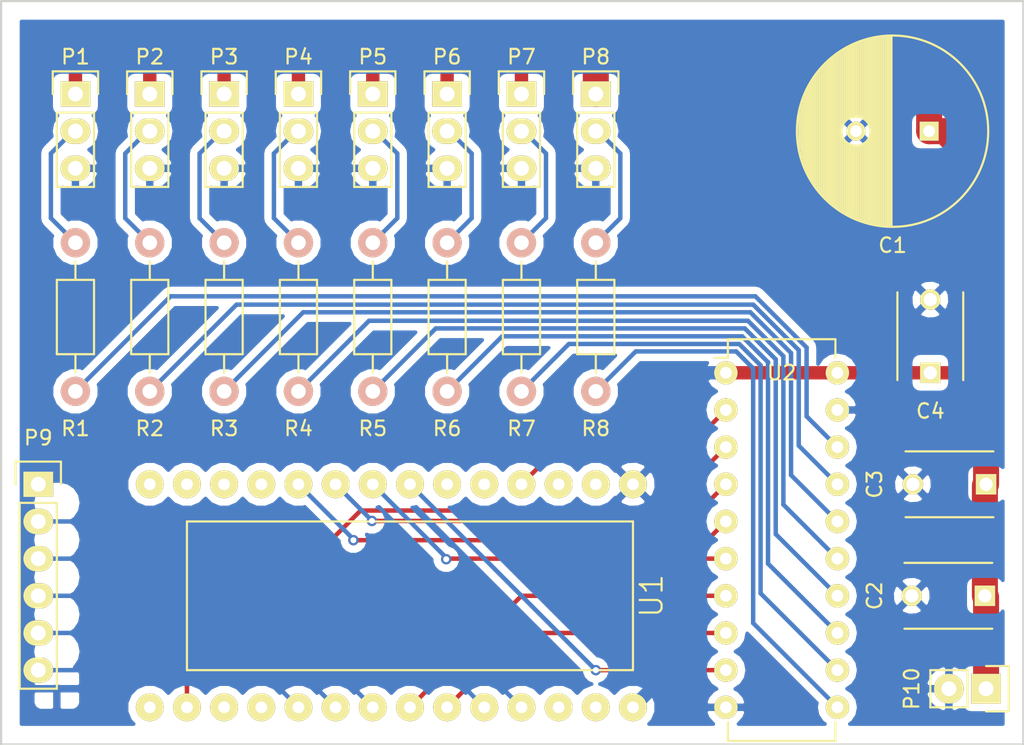
<source format=kicad_pcb>
(kicad_pcb (version 4) (host pcbnew 4.0.2-stable)

  (general
    (links 61)
    (no_connects 7)
    (area 126.924999 76.124999 196.925001 127.075001)
    (thickness 1.6)
    (drawings 4)
    (tracks 150)
    (zones 0)
    (modules 24)
    (nets 44)
  )

  (page A4)
  (layers
    (0 F.Cu signal)
    (31 B.Cu signal)
    (32 B.Adhes user)
    (33 F.Adhes user)
    (34 B.Paste user)
    (35 F.Paste user)
    (36 B.SilkS user)
    (37 F.SilkS user)
    (38 B.Mask user)
    (39 F.Mask user)
    (40 Dwgs.User user)
    (41 Cmts.User user)
    (42 Eco1.User user)
    (43 Eco2.User user)
    (44 Edge.Cuts user)
    (45 Margin user)
    (46 B.CrtYd user)
    (47 F.CrtYd user)
    (48 B.Fab user)
    (49 F.Fab user)
  )

  (setup
    (last_trace_width 0.3048)
    (trace_clearance 0.2032)
    (zone_clearance 0.508)
    (zone_45_only no)
    (trace_min 0.03048)
    (segment_width 0.2)
    (edge_width 0.15)
    (via_size 0.7112)
    (via_drill 0.4064)
    (via_min_size 0.7112)
    (via_min_drill 0.3556)
    (uvia_size 0.3)
    (uvia_drill 0.1)
    (uvias_allowed no)
    (uvia_min_size 0)
    (uvia_min_drill 0)
    (pcb_text_width 0.3)
    (pcb_text_size 1.5 1.5)
    (mod_edge_width 0.15)
    (mod_text_size 1 1)
    (mod_text_width 0.15)
    (pad_size 1.524 1.524)
    (pad_drill 0.762)
    (pad_to_mask_clearance 0.2)
    (aux_axis_origin 0 0)
    (visible_elements FFFFFF7F)
    (pcbplotparams
      (layerselection 0x00030_80000001)
      (usegerberextensions false)
      (excludeedgelayer true)
      (linewidth 0.100000)
      (plotframeref false)
      (viasonmask false)
      (mode 1)
      (useauxorigin false)
      (hpglpennumber 1)
      (hpglpenspeed 20)
      (hpglpendiameter 15)
      (hpglpenoverlay 2)
      (psnegative false)
      (psa4output false)
      (plotreference true)
      (plotvalue true)
      (plotinvisibletext false)
      (padsonsilk false)
      (subtractmaskfromsilk false)
      (outputformat 1)
      (mirror false)
      (drillshape 1)
      (scaleselection 1)
      (outputdirectory ""))
  )

  (net 0 "")
  (net 1 VCC)
  (net 2 GND)
  (net 3 /DIN1)
  (net 4 /DIN2)
  (net 5 /DIN3)
  (net 6 /DIN4)
  (net 7 /DIN5)
  (net 8 /DIN6)
  (net 9 /DIN7)
  (net 10 /DIN8)
  (net 11 /AUX5)
  (net 12 /AUX4)
  (net 13 /AUX3)
  (net 14 /AUX2)
  (net 15 /AUX1)
  (net 16 "Net-(R1-Pad1)")
  (net 17 "Net-(R2-Pad1)")
  (net 18 "Net-(R3-Pad1)")
  (net 19 "Net-(R4-Pad1)")
  (net 20 "Net-(R5-Pad1)")
  (net 21 "Net-(R6-Pad1)")
  (net 22 "Net-(R7-Pad1)")
  (net 23 "Net-(R8-Pad1)")
  (net 24 "Net-(U1-Pad0)")
  (net 25 "Net-(U1-Pad1)")
  (net 26 /OCTO1)
  (net 27 "Net-(U1-Pad3)")
  (net 28 "Net-(U1-Pad4)")
  (net 29 /OCTO8)
  (net 30 /OCTO5)
  (net 31 /OCTO3)
  (net 32 /OCTO4)
  (net 33 "Net-(U1-Pad9)")
  (net 34 "Net-(U1-Pad10)")
  (net 35 "Net-(U1-Pad11)")
  (net 36 "Net-(U1-Pad12)")
  (net 37 "Net-(U1-Pad13)")
  (net 38 /OCTO2)
  (net 39 "Net-(U1-Pad15)")
  (net 40 /OCTO6)
  (net 41 /OCTO7)
  (net 42 "Net-(U1-Pad24)")
  (net 43 "Net-(U1-Pad25)")

  (net_class Default "This is the default net class."
    (clearance 0.2032)
    (trace_width 0.3048)
    (via_dia 0.7112)
    (via_drill 0.4064)
    (uvia_dia 0.3)
    (uvia_drill 0.1)
    (add_net /AUX1)
    (add_net /AUX2)
    (add_net /AUX3)
    (add_net /AUX4)
    (add_net /AUX5)
    (add_net /DIN1)
    (add_net /DIN2)
    (add_net /DIN3)
    (add_net /DIN4)
    (add_net /DIN5)
    (add_net /DIN6)
    (add_net /DIN7)
    (add_net /DIN8)
    (add_net /OCTO1)
    (add_net /OCTO2)
    (add_net /OCTO3)
    (add_net /OCTO4)
    (add_net /OCTO5)
    (add_net /OCTO6)
    (add_net /OCTO7)
    (add_net /OCTO8)
    (add_net "Net-(R1-Pad1)")
    (add_net "Net-(R2-Pad1)")
    (add_net "Net-(R3-Pad1)")
    (add_net "Net-(R4-Pad1)")
    (add_net "Net-(R5-Pad1)")
    (add_net "Net-(R6-Pad1)")
    (add_net "Net-(R7-Pad1)")
    (add_net "Net-(R8-Pad1)")
    (add_net "Net-(U1-Pad0)")
    (add_net "Net-(U1-Pad1)")
    (add_net "Net-(U1-Pad10)")
    (add_net "Net-(U1-Pad11)")
    (add_net "Net-(U1-Pad12)")
    (add_net "Net-(U1-Pad13)")
    (add_net "Net-(U1-Pad15)")
    (add_net "Net-(U1-Pad24)")
    (add_net "Net-(U1-Pad25)")
    (add_net "Net-(U1-Pad3)")
    (add_net "Net-(U1-Pad4)")
    (add_net "Net-(U1-Pad9)")
  )

  (net_class POWER ""
    (clearance 0.508)
    (trace_width 0.9144)
    (via_dia 0.7112)
    (via_drill 0.4064)
    (uvia_dia 0.3)
    (uvia_drill 0.1)
    (add_net GND)
    (add_net VCC)
  )

  (module Capacitors_ThroughHole:C_Radial_D13_L25_P5 (layer F.Cu) (tedit 0) (tstamp 56FA0912)
    (at 190.42 85.09 180)
    (descr "Radial Electrolytic Capacitor Diameter 13mm x Length 25mm, Pitch 5mm")
    (tags "Electrolytic Capacitor")
    (path /56F9FD6A)
    (fp_text reference C1 (at 2.5 -7.8 180) (layer F.SilkS)
      (effects (font (size 1 1) (thickness 0.15)))
    )
    (fp_text value 1000uF (at 10.08 0 270) (layer F.Fab)
      (effects (font (size 1 1) (thickness 0.15)))
    )
    (fp_line (start 2.575 -6.5) (end 2.575 6.5) (layer F.SilkS) (width 0.15))
    (fp_line (start 2.715 -6.496) (end 2.715 6.496) (layer F.SilkS) (width 0.15))
    (fp_line (start 2.855 -6.49) (end 2.855 6.49) (layer F.SilkS) (width 0.15))
    (fp_line (start 2.995 -6.481) (end 2.995 6.481) (layer F.SilkS) (width 0.15))
    (fp_line (start 3.135 -6.469) (end 3.135 6.469) (layer F.SilkS) (width 0.15))
    (fp_line (start 3.275 -6.454) (end 3.275 6.454) (layer F.SilkS) (width 0.15))
    (fp_line (start 3.415 -6.435) (end 3.415 6.435) (layer F.SilkS) (width 0.15))
    (fp_line (start 3.555 -6.414) (end 3.555 6.414) (layer F.SilkS) (width 0.15))
    (fp_line (start 3.695 -6.389) (end 3.695 6.389) (layer F.SilkS) (width 0.15))
    (fp_line (start 3.835 -6.361) (end 3.835 6.361) (layer F.SilkS) (width 0.15))
    (fp_line (start 3.975 -6.33) (end 3.975 6.33) (layer F.SilkS) (width 0.15))
    (fp_line (start 4.115 -6.296) (end 4.115 -0.466) (layer F.SilkS) (width 0.15))
    (fp_line (start 4.115 0.466) (end 4.115 6.296) (layer F.SilkS) (width 0.15))
    (fp_line (start 4.255 -6.259) (end 4.255 -0.667) (layer F.SilkS) (width 0.15))
    (fp_line (start 4.255 0.667) (end 4.255 6.259) (layer F.SilkS) (width 0.15))
    (fp_line (start 4.395 -6.218) (end 4.395 -0.796) (layer F.SilkS) (width 0.15))
    (fp_line (start 4.395 0.796) (end 4.395 6.218) (layer F.SilkS) (width 0.15))
    (fp_line (start 4.535 -6.173) (end 4.535 -0.885) (layer F.SilkS) (width 0.15))
    (fp_line (start 4.535 0.885) (end 4.535 6.173) (layer F.SilkS) (width 0.15))
    (fp_line (start 4.675 -6.125) (end 4.675 -0.946) (layer F.SilkS) (width 0.15))
    (fp_line (start 4.675 0.946) (end 4.675 6.125) (layer F.SilkS) (width 0.15))
    (fp_line (start 4.815 -6.074) (end 4.815 -0.983) (layer F.SilkS) (width 0.15))
    (fp_line (start 4.815 0.983) (end 4.815 6.074) (layer F.SilkS) (width 0.15))
    (fp_line (start 4.955 -6.019) (end 4.955 -0.999) (layer F.SilkS) (width 0.15))
    (fp_line (start 4.955 0.999) (end 4.955 6.019) (layer F.SilkS) (width 0.15))
    (fp_line (start 5.095 -5.96) (end 5.095 -0.995) (layer F.SilkS) (width 0.15))
    (fp_line (start 5.095 0.995) (end 5.095 5.96) (layer F.SilkS) (width 0.15))
    (fp_line (start 5.235 -5.897) (end 5.235 -0.972) (layer F.SilkS) (width 0.15))
    (fp_line (start 5.235 0.972) (end 5.235 5.897) (layer F.SilkS) (width 0.15))
    (fp_line (start 5.375 -5.83) (end 5.375 -0.927) (layer F.SilkS) (width 0.15))
    (fp_line (start 5.375 0.927) (end 5.375 5.83) (layer F.SilkS) (width 0.15))
    (fp_line (start 5.515 -5.758) (end 5.515 -0.857) (layer F.SilkS) (width 0.15))
    (fp_line (start 5.515 0.857) (end 5.515 5.758) (layer F.SilkS) (width 0.15))
    (fp_line (start 5.655 -5.683) (end 5.655 -0.756) (layer F.SilkS) (width 0.15))
    (fp_line (start 5.655 0.756) (end 5.655 5.683) (layer F.SilkS) (width 0.15))
    (fp_line (start 5.795 -5.603) (end 5.795 -0.607) (layer F.SilkS) (width 0.15))
    (fp_line (start 5.795 0.607) (end 5.795 5.603) (layer F.SilkS) (width 0.15))
    (fp_line (start 5.935 -5.518) (end 5.935 -0.355) (layer F.SilkS) (width 0.15))
    (fp_line (start 5.935 0.355) (end 5.935 5.518) (layer F.SilkS) (width 0.15))
    (fp_line (start 6.075 -5.429) (end 6.075 5.429) (layer F.SilkS) (width 0.15))
    (fp_line (start 6.215 -5.334) (end 6.215 5.334) (layer F.SilkS) (width 0.15))
    (fp_line (start 6.355 -5.233) (end 6.355 5.233) (layer F.SilkS) (width 0.15))
    (fp_line (start 6.495 -5.127) (end 6.495 5.127) (layer F.SilkS) (width 0.15))
    (fp_line (start 6.635 -5.015) (end 6.635 5.015) (layer F.SilkS) (width 0.15))
    (fp_line (start 6.775 -4.896) (end 6.775 4.896) (layer F.SilkS) (width 0.15))
    (fp_line (start 6.915 -4.771) (end 6.915 4.771) (layer F.SilkS) (width 0.15))
    (fp_line (start 7.055 -4.637) (end 7.055 4.637) (layer F.SilkS) (width 0.15))
    (fp_line (start 7.195 -4.495) (end 7.195 4.495) (layer F.SilkS) (width 0.15))
    (fp_line (start 7.335 -4.344) (end 7.335 4.344) (layer F.SilkS) (width 0.15))
    (fp_line (start 7.475 -4.183) (end 7.475 4.183) (layer F.SilkS) (width 0.15))
    (fp_line (start 7.615 -4.011) (end 7.615 4.011) (layer F.SilkS) (width 0.15))
    (fp_line (start 7.755 -3.826) (end 7.755 3.826) (layer F.SilkS) (width 0.15))
    (fp_line (start 7.895 -3.625) (end 7.895 3.625) (layer F.SilkS) (width 0.15))
    (fp_line (start 8.035 -3.408) (end 8.035 3.408) (layer F.SilkS) (width 0.15))
    (fp_line (start 8.175 -3.169) (end 8.175 3.169) (layer F.SilkS) (width 0.15))
    (fp_line (start 8.315 -2.904) (end 8.315 2.904) (layer F.SilkS) (width 0.15))
    (fp_line (start 8.455 -2.605) (end 8.455 2.605) (layer F.SilkS) (width 0.15))
    (fp_line (start 8.595 -2.259) (end 8.595 2.259) (layer F.SilkS) (width 0.15))
    (fp_line (start 8.735 -1.837) (end 8.735 1.837) (layer F.SilkS) (width 0.15))
    (fp_line (start 8.875 -1.269) (end 8.875 1.269) (layer F.SilkS) (width 0.15))
    (fp_circle (center 5 0) (end 5 -1) (layer F.SilkS) (width 0.15))
    (fp_circle (center 2.5 0) (end 2.5 -6.5375) (layer F.SilkS) (width 0.15))
    (fp_circle (center 2.5 0) (end 2.5 -6.8) (layer F.CrtYd) (width 0.05))
    (pad 1 thru_hole rect (at 0 0 180) (size 1.3 1.3) (drill 0.8) (layers *.Cu *.Mask F.SilkS)
      (net 1 VCC))
    (pad 2 thru_hole circle (at 5 0 180) (size 1.3 1.3) (drill 0.8) (layers *.Cu *.Mask F.SilkS)
      (net 2 GND))
    (model Capacitors_ThroughHole.3dshapes/C_Radial_D13_L25_P5.wrl
      (at (xyz 0.0984252 0 0))
      (scale (xyz 1 1 1))
      (rotate (xyz 0 0 90))
    )
  )

  (module Pin_Headers:Pin_Header_Straight_1x03 (layer F.Cu) (tedit 0) (tstamp 56FA0919)
    (at 132.08 82.55)
    (descr "Through hole pin header")
    (tags "pin header")
    (path /56FA2978)
    (fp_text reference P1 (at 0 -2.54) (layer F.SilkS)
      (effects (font (size 1 1) (thickness 0.15)))
    )
    (fp_text value D1 (at 0 7.62 180) (layer F.Fab)
      (effects (font (size 1 1) (thickness 0.15)))
    )
    (fp_line (start -1.75 -1.75) (end -1.75 6.85) (layer F.CrtYd) (width 0.05))
    (fp_line (start 1.75 -1.75) (end 1.75 6.85) (layer F.CrtYd) (width 0.05))
    (fp_line (start -1.75 -1.75) (end 1.75 -1.75) (layer F.CrtYd) (width 0.05))
    (fp_line (start -1.75 6.85) (end 1.75 6.85) (layer F.CrtYd) (width 0.05))
    (fp_line (start -1.27 1.27) (end -1.27 6.35) (layer F.SilkS) (width 0.15))
    (fp_line (start -1.27 6.35) (end 1.27 6.35) (layer F.SilkS) (width 0.15))
    (fp_line (start 1.27 6.35) (end 1.27 1.27) (layer F.SilkS) (width 0.15))
    (fp_line (start 1.55 -1.55) (end 1.55 0) (layer F.SilkS) (width 0.15))
    (fp_line (start 1.27 1.27) (end -1.27 1.27) (layer F.SilkS) (width 0.15))
    (fp_line (start -1.55 0) (end -1.55 -1.55) (layer F.SilkS) (width 0.15))
    (fp_line (start -1.55 -1.55) (end 1.55 -1.55) (layer F.SilkS) (width 0.15))
    (pad 1 thru_hole rect (at 0 0) (size 2.032 1.7272) (drill 1.016) (layers *.Cu *.Mask F.SilkS)
      (net 1 VCC))
    (pad 2 thru_hole oval (at 0 2.54) (size 2.032 1.7272) (drill 1.016) (layers *.Cu *.Mask F.SilkS)
      (net 3 /DIN1))
    (pad 3 thru_hole oval (at 0 5.08) (size 2.032 1.7272) (drill 1.016) (layers *.Cu *.Mask F.SilkS)
      (net 2 GND))
    (model Pin_Headers.3dshapes/Pin_Header_Straight_1x03.wrl
      (at (xyz 0 -0.1 0))
      (scale (xyz 1 1 1))
      (rotate (xyz 0 0 90))
    )
  )

  (module Pin_Headers:Pin_Header_Straight_1x03 (layer F.Cu) (tedit 0) (tstamp 56FA0920)
    (at 137.16 82.55)
    (descr "Through hole pin header")
    (tags "pin header")
    (path /56FA33E4)
    (fp_text reference P2 (at 0 -2.54) (layer F.SilkS)
      (effects (font (size 1 1) (thickness 0.15)))
    )
    (fp_text value D2 (at 0 7.62 180) (layer F.Fab)
      (effects (font (size 1 1) (thickness 0.15)))
    )
    (fp_line (start -1.75 -1.75) (end -1.75 6.85) (layer F.CrtYd) (width 0.05))
    (fp_line (start 1.75 -1.75) (end 1.75 6.85) (layer F.CrtYd) (width 0.05))
    (fp_line (start -1.75 -1.75) (end 1.75 -1.75) (layer F.CrtYd) (width 0.05))
    (fp_line (start -1.75 6.85) (end 1.75 6.85) (layer F.CrtYd) (width 0.05))
    (fp_line (start -1.27 1.27) (end -1.27 6.35) (layer F.SilkS) (width 0.15))
    (fp_line (start -1.27 6.35) (end 1.27 6.35) (layer F.SilkS) (width 0.15))
    (fp_line (start 1.27 6.35) (end 1.27 1.27) (layer F.SilkS) (width 0.15))
    (fp_line (start 1.55 -1.55) (end 1.55 0) (layer F.SilkS) (width 0.15))
    (fp_line (start 1.27 1.27) (end -1.27 1.27) (layer F.SilkS) (width 0.15))
    (fp_line (start -1.55 0) (end -1.55 -1.55) (layer F.SilkS) (width 0.15))
    (fp_line (start -1.55 -1.55) (end 1.55 -1.55) (layer F.SilkS) (width 0.15))
    (pad 1 thru_hole rect (at 0 0) (size 2.032 1.7272) (drill 1.016) (layers *.Cu *.Mask F.SilkS)
      (net 1 VCC))
    (pad 2 thru_hole oval (at 0 2.54) (size 2.032 1.7272) (drill 1.016) (layers *.Cu *.Mask F.SilkS)
      (net 4 /DIN2))
    (pad 3 thru_hole oval (at 0 5.08) (size 2.032 1.7272) (drill 1.016) (layers *.Cu *.Mask F.SilkS)
      (net 2 GND))
    (model Pin_Headers.3dshapes/Pin_Header_Straight_1x03.wrl
      (at (xyz 0 -0.1 0))
      (scale (xyz 1 1 1))
      (rotate (xyz 0 0 90))
    )
  )

  (module Pin_Headers:Pin_Header_Straight_1x03 (layer F.Cu) (tedit 0) (tstamp 56FA0927)
    (at 142.24 82.55)
    (descr "Through hole pin header")
    (tags "pin header")
    (path /56FA3676)
    (fp_text reference P3 (at 0 -2.54) (layer F.SilkS)
      (effects (font (size 1 1) (thickness 0.15)))
    )
    (fp_text value D3 (at 0 7.62 180) (layer F.Fab)
      (effects (font (size 1 1) (thickness 0.15)))
    )
    (fp_line (start -1.75 -1.75) (end -1.75 6.85) (layer F.CrtYd) (width 0.05))
    (fp_line (start 1.75 -1.75) (end 1.75 6.85) (layer F.CrtYd) (width 0.05))
    (fp_line (start -1.75 -1.75) (end 1.75 -1.75) (layer F.CrtYd) (width 0.05))
    (fp_line (start -1.75 6.85) (end 1.75 6.85) (layer F.CrtYd) (width 0.05))
    (fp_line (start -1.27 1.27) (end -1.27 6.35) (layer F.SilkS) (width 0.15))
    (fp_line (start -1.27 6.35) (end 1.27 6.35) (layer F.SilkS) (width 0.15))
    (fp_line (start 1.27 6.35) (end 1.27 1.27) (layer F.SilkS) (width 0.15))
    (fp_line (start 1.55 -1.55) (end 1.55 0) (layer F.SilkS) (width 0.15))
    (fp_line (start 1.27 1.27) (end -1.27 1.27) (layer F.SilkS) (width 0.15))
    (fp_line (start -1.55 0) (end -1.55 -1.55) (layer F.SilkS) (width 0.15))
    (fp_line (start -1.55 -1.55) (end 1.55 -1.55) (layer F.SilkS) (width 0.15))
    (pad 1 thru_hole rect (at 0 0) (size 2.032 1.7272) (drill 1.016) (layers *.Cu *.Mask F.SilkS)
      (net 1 VCC))
    (pad 2 thru_hole oval (at 0 2.54) (size 2.032 1.7272) (drill 1.016) (layers *.Cu *.Mask F.SilkS)
      (net 5 /DIN3))
    (pad 3 thru_hole oval (at 0 5.08) (size 2.032 1.7272) (drill 1.016) (layers *.Cu *.Mask F.SilkS)
      (net 2 GND))
    (model Pin_Headers.3dshapes/Pin_Header_Straight_1x03.wrl
      (at (xyz 0 -0.1 0))
      (scale (xyz 1 1 1))
      (rotate (xyz 0 0 90))
    )
  )

  (module Pin_Headers:Pin_Header_Straight_1x03 (layer F.Cu) (tedit 0) (tstamp 56FA092E)
    (at 147.32 82.55)
    (descr "Through hole pin header")
    (tags "pin header")
    (path /56FA373A)
    (fp_text reference P4 (at 0 -2.54) (layer F.SilkS)
      (effects (font (size 1 1) (thickness 0.15)))
    )
    (fp_text value D4 (at 0 7.62 180) (layer F.Fab)
      (effects (font (size 1 1) (thickness 0.15)))
    )
    (fp_line (start -1.75 -1.75) (end -1.75 6.85) (layer F.CrtYd) (width 0.05))
    (fp_line (start 1.75 -1.75) (end 1.75 6.85) (layer F.CrtYd) (width 0.05))
    (fp_line (start -1.75 -1.75) (end 1.75 -1.75) (layer F.CrtYd) (width 0.05))
    (fp_line (start -1.75 6.85) (end 1.75 6.85) (layer F.CrtYd) (width 0.05))
    (fp_line (start -1.27 1.27) (end -1.27 6.35) (layer F.SilkS) (width 0.15))
    (fp_line (start -1.27 6.35) (end 1.27 6.35) (layer F.SilkS) (width 0.15))
    (fp_line (start 1.27 6.35) (end 1.27 1.27) (layer F.SilkS) (width 0.15))
    (fp_line (start 1.55 -1.55) (end 1.55 0) (layer F.SilkS) (width 0.15))
    (fp_line (start 1.27 1.27) (end -1.27 1.27) (layer F.SilkS) (width 0.15))
    (fp_line (start -1.55 0) (end -1.55 -1.55) (layer F.SilkS) (width 0.15))
    (fp_line (start -1.55 -1.55) (end 1.55 -1.55) (layer F.SilkS) (width 0.15))
    (pad 1 thru_hole rect (at 0 0) (size 2.032 1.7272) (drill 1.016) (layers *.Cu *.Mask F.SilkS)
      (net 1 VCC))
    (pad 2 thru_hole oval (at 0 2.54) (size 2.032 1.7272) (drill 1.016) (layers *.Cu *.Mask F.SilkS)
      (net 6 /DIN4))
    (pad 3 thru_hole oval (at 0 5.08) (size 2.032 1.7272) (drill 1.016) (layers *.Cu *.Mask F.SilkS)
      (net 2 GND))
    (model Pin_Headers.3dshapes/Pin_Header_Straight_1x03.wrl
      (at (xyz 0 -0.1 0))
      (scale (xyz 1 1 1))
      (rotate (xyz 0 0 90))
    )
  )

  (module Pin_Headers:Pin_Header_Straight_1x03 (layer F.Cu) (tedit 0) (tstamp 56FA0935)
    (at 152.4 82.55)
    (descr "Through hole pin header")
    (tags "pin header")
    (path /56FA38DA)
    (fp_text reference P5 (at 0 -2.54) (layer F.SilkS)
      (effects (font (size 1 1) (thickness 0.15)))
    )
    (fp_text value D5 (at 0 7.62 180) (layer F.Fab)
      (effects (font (size 1 1) (thickness 0.15)))
    )
    (fp_line (start -1.75 -1.75) (end -1.75 6.85) (layer F.CrtYd) (width 0.05))
    (fp_line (start 1.75 -1.75) (end 1.75 6.85) (layer F.CrtYd) (width 0.05))
    (fp_line (start -1.75 -1.75) (end 1.75 -1.75) (layer F.CrtYd) (width 0.05))
    (fp_line (start -1.75 6.85) (end 1.75 6.85) (layer F.CrtYd) (width 0.05))
    (fp_line (start -1.27 1.27) (end -1.27 6.35) (layer F.SilkS) (width 0.15))
    (fp_line (start -1.27 6.35) (end 1.27 6.35) (layer F.SilkS) (width 0.15))
    (fp_line (start 1.27 6.35) (end 1.27 1.27) (layer F.SilkS) (width 0.15))
    (fp_line (start 1.55 -1.55) (end 1.55 0) (layer F.SilkS) (width 0.15))
    (fp_line (start 1.27 1.27) (end -1.27 1.27) (layer F.SilkS) (width 0.15))
    (fp_line (start -1.55 0) (end -1.55 -1.55) (layer F.SilkS) (width 0.15))
    (fp_line (start -1.55 -1.55) (end 1.55 -1.55) (layer F.SilkS) (width 0.15))
    (pad 1 thru_hole rect (at 0 0) (size 2.032 1.7272) (drill 1.016) (layers *.Cu *.Mask F.SilkS)
      (net 1 VCC))
    (pad 2 thru_hole oval (at 0 2.54) (size 2.032 1.7272) (drill 1.016) (layers *.Cu *.Mask F.SilkS)
      (net 7 /DIN5))
    (pad 3 thru_hole oval (at 0 5.08) (size 2.032 1.7272) (drill 1.016) (layers *.Cu *.Mask F.SilkS)
      (net 2 GND))
    (model Pin_Headers.3dshapes/Pin_Header_Straight_1x03.wrl
      (at (xyz 0 -0.1 0))
      (scale (xyz 1 1 1))
      (rotate (xyz 0 0 90))
    )
  )

  (module Pin_Headers:Pin_Header_Straight_1x03 (layer F.Cu) (tedit 0) (tstamp 56FA093C)
    (at 157.48 82.55)
    (descr "Through hole pin header")
    (tags "pin header")
    (path /56FA39BE)
    (fp_text reference P6 (at 0 -2.54) (layer F.SilkS)
      (effects (font (size 1 1) (thickness 0.15)))
    )
    (fp_text value D6 (at 0 7.62 180) (layer F.Fab)
      (effects (font (size 1 1) (thickness 0.15)))
    )
    (fp_line (start -1.75 -1.75) (end -1.75 6.85) (layer F.CrtYd) (width 0.05))
    (fp_line (start 1.75 -1.75) (end 1.75 6.85) (layer F.CrtYd) (width 0.05))
    (fp_line (start -1.75 -1.75) (end 1.75 -1.75) (layer F.CrtYd) (width 0.05))
    (fp_line (start -1.75 6.85) (end 1.75 6.85) (layer F.CrtYd) (width 0.05))
    (fp_line (start -1.27 1.27) (end -1.27 6.35) (layer F.SilkS) (width 0.15))
    (fp_line (start -1.27 6.35) (end 1.27 6.35) (layer F.SilkS) (width 0.15))
    (fp_line (start 1.27 6.35) (end 1.27 1.27) (layer F.SilkS) (width 0.15))
    (fp_line (start 1.55 -1.55) (end 1.55 0) (layer F.SilkS) (width 0.15))
    (fp_line (start 1.27 1.27) (end -1.27 1.27) (layer F.SilkS) (width 0.15))
    (fp_line (start -1.55 0) (end -1.55 -1.55) (layer F.SilkS) (width 0.15))
    (fp_line (start -1.55 -1.55) (end 1.55 -1.55) (layer F.SilkS) (width 0.15))
    (pad 1 thru_hole rect (at 0 0) (size 2.032 1.7272) (drill 1.016) (layers *.Cu *.Mask F.SilkS)
      (net 1 VCC))
    (pad 2 thru_hole oval (at 0 2.54) (size 2.032 1.7272) (drill 1.016) (layers *.Cu *.Mask F.SilkS)
      (net 8 /DIN6))
    (pad 3 thru_hole oval (at 0 5.08) (size 2.032 1.7272) (drill 1.016) (layers *.Cu *.Mask F.SilkS)
      (net 2 GND))
    (model Pin_Headers.3dshapes/Pin_Header_Straight_1x03.wrl
      (at (xyz 0 -0.1 0))
      (scale (xyz 1 1 1))
      (rotate (xyz 0 0 90))
    )
  )

  (module Pin_Headers:Pin_Header_Straight_1x03 (layer F.Cu) (tedit 0) (tstamp 56FA0943)
    (at 162.56 82.55)
    (descr "Through hole pin header")
    (tags "pin header")
    (path /56FA3A60)
    (fp_text reference P7 (at 0 -2.54) (layer F.SilkS)
      (effects (font (size 1 1) (thickness 0.15)))
    )
    (fp_text value D7 (at 0 7.62 180) (layer F.Fab)
      (effects (font (size 1 1) (thickness 0.15)))
    )
    (fp_line (start -1.75 -1.75) (end -1.75 6.85) (layer F.CrtYd) (width 0.05))
    (fp_line (start 1.75 -1.75) (end 1.75 6.85) (layer F.CrtYd) (width 0.05))
    (fp_line (start -1.75 -1.75) (end 1.75 -1.75) (layer F.CrtYd) (width 0.05))
    (fp_line (start -1.75 6.85) (end 1.75 6.85) (layer F.CrtYd) (width 0.05))
    (fp_line (start -1.27 1.27) (end -1.27 6.35) (layer F.SilkS) (width 0.15))
    (fp_line (start -1.27 6.35) (end 1.27 6.35) (layer F.SilkS) (width 0.15))
    (fp_line (start 1.27 6.35) (end 1.27 1.27) (layer F.SilkS) (width 0.15))
    (fp_line (start 1.55 -1.55) (end 1.55 0) (layer F.SilkS) (width 0.15))
    (fp_line (start 1.27 1.27) (end -1.27 1.27) (layer F.SilkS) (width 0.15))
    (fp_line (start -1.55 0) (end -1.55 -1.55) (layer F.SilkS) (width 0.15))
    (fp_line (start -1.55 -1.55) (end 1.55 -1.55) (layer F.SilkS) (width 0.15))
    (pad 1 thru_hole rect (at 0 0) (size 2.032 1.7272) (drill 1.016) (layers *.Cu *.Mask F.SilkS)
      (net 1 VCC))
    (pad 2 thru_hole oval (at 0 2.54) (size 2.032 1.7272) (drill 1.016) (layers *.Cu *.Mask F.SilkS)
      (net 9 /DIN7))
    (pad 3 thru_hole oval (at 0 5.08) (size 2.032 1.7272) (drill 1.016) (layers *.Cu *.Mask F.SilkS)
      (net 2 GND))
    (model Pin_Headers.3dshapes/Pin_Header_Straight_1x03.wrl
      (at (xyz 0 -0.1 0))
      (scale (xyz 1 1 1))
      (rotate (xyz 0 0 90))
    )
  )

  (module Pin_Headers:Pin_Header_Straight_1x03 (layer F.Cu) (tedit 0) (tstamp 56FA094A)
    (at 167.64 82.55)
    (descr "Through hole pin header")
    (tags "pin header")
    (path /56FA3B6D)
    (fp_text reference P8 (at 0 -2.54) (layer F.SilkS)
      (effects (font (size 1 1) (thickness 0.15)))
    )
    (fp_text value D8 (at 0 7.62 180) (layer F.Fab)
      (effects (font (size 1 1) (thickness 0.15)))
    )
    (fp_line (start -1.75 -1.75) (end -1.75 6.85) (layer F.CrtYd) (width 0.05))
    (fp_line (start 1.75 -1.75) (end 1.75 6.85) (layer F.CrtYd) (width 0.05))
    (fp_line (start -1.75 -1.75) (end 1.75 -1.75) (layer F.CrtYd) (width 0.05))
    (fp_line (start -1.75 6.85) (end 1.75 6.85) (layer F.CrtYd) (width 0.05))
    (fp_line (start -1.27 1.27) (end -1.27 6.35) (layer F.SilkS) (width 0.15))
    (fp_line (start -1.27 6.35) (end 1.27 6.35) (layer F.SilkS) (width 0.15))
    (fp_line (start 1.27 6.35) (end 1.27 1.27) (layer F.SilkS) (width 0.15))
    (fp_line (start 1.55 -1.55) (end 1.55 0) (layer F.SilkS) (width 0.15))
    (fp_line (start 1.27 1.27) (end -1.27 1.27) (layer F.SilkS) (width 0.15))
    (fp_line (start -1.55 0) (end -1.55 -1.55) (layer F.SilkS) (width 0.15))
    (fp_line (start -1.55 -1.55) (end 1.55 -1.55) (layer F.SilkS) (width 0.15))
    (pad 1 thru_hole rect (at 0 0) (size 2.032 1.7272) (drill 1.016) (layers *.Cu *.Mask F.SilkS)
      (net 1 VCC))
    (pad 2 thru_hole oval (at 0 2.54) (size 2.032 1.7272) (drill 1.016) (layers *.Cu *.Mask F.SilkS)
      (net 10 /DIN8))
    (pad 3 thru_hole oval (at 0 5.08) (size 2.032 1.7272) (drill 1.016) (layers *.Cu *.Mask F.SilkS)
      (net 2 GND))
    (model Pin_Headers.3dshapes/Pin_Header_Straight_1x03.wrl
      (at (xyz 0 -0.1 0))
      (scale (xyz 1 1 1))
      (rotate (xyz 0 0 90))
    )
  )

  (module Pin_Headers:Pin_Header_Straight_1x06 (layer F.Cu) (tedit 0) (tstamp 56FA0954)
    (at 129.54 109.22)
    (descr "Through hole pin header")
    (tags "pin header")
    (path /56FA0C9E)
    (fp_text reference P9 (at 0 -3.175) (layer F.SilkS)
      (effects (font (size 1 1) (thickness 0.15)))
    )
    (fp_text value AUX_DATA (at 2.54 5.715 90) (layer F.Fab)
      (effects (font (size 1 1) (thickness 0.15)))
    )
    (fp_line (start -1.75 -1.75) (end -1.75 14.45) (layer F.CrtYd) (width 0.05))
    (fp_line (start 1.75 -1.75) (end 1.75 14.45) (layer F.CrtYd) (width 0.05))
    (fp_line (start -1.75 -1.75) (end 1.75 -1.75) (layer F.CrtYd) (width 0.05))
    (fp_line (start -1.75 14.45) (end 1.75 14.45) (layer F.CrtYd) (width 0.05))
    (fp_line (start 1.27 1.27) (end 1.27 13.97) (layer F.SilkS) (width 0.15))
    (fp_line (start 1.27 13.97) (end -1.27 13.97) (layer F.SilkS) (width 0.15))
    (fp_line (start -1.27 13.97) (end -1.27 1.27) (layer F.SilkS) (width 0.15))
    (fp_line (start 1.55 -1.55) (end 1.55 0) (layer F.SilkS) (width 0.15))
    (fp_line (start 1.27 1.27) (end -1.27 1.27) (layer F.SilkS) (width 0.15))
    (fp_line (start -1.55 0) (end -1.55 -1.55) (layer F.SilkS) (width 0.15))
    (fp_line (start -1.55 -1.55) (end 1.55 -1.55) (layer F.SilkS) (width 0.15))
    (pad 1 thru_hole rect (at 0 0) (size 2.032 1.7272) (drill 1.016) (layers *.Cu *.Mask F.SilkS)
      (net 2 GND))
    (pad 2 thru_hole oval (at 0 2.54) (size 2.032 1.7272) (drill 1.016) (layers *.Cu *.Mask F.SilkS)
      (net 11 /AUX5))
    (pad 3 thru_hole oval (at 0 5.08) (size 2.032 1.7272) (drill 1.016) (layers *.Cu *.Mask F.SilkS)
      (net 12 /AUX4))
    (pad 4 thru_hole oval (at 0 7.62) (size 2.032 1.7272) (drill 1.016) (layers *.Cu *.Mask F.SilkS)
      (net 13 /AUX3))
    (pad 5 thru_hole oval (at 0 10.16) (size 2.032 1.7272) (drill 1.016) (layers *.Cu *.Mask F.SilkS)
      (net 14 /AUX2))
    (pad 6 thru_hole oval (at 0 12.7) (size 2.032 1.7272) (drill 1.016) (layers *.Cu *.Mask F.SilkS)
      (net 15 /AUX1))
    (model Pin_Headers.3dshapes/Pin_Header_Straight_1x06.wrl
      (at (xyz 0 -0.25 0))
      (scale (xyz 1 1 1))
      (rotate (xyz 0 0 90))
    )
  )

  (module Pin_Headers:Pin_Header_Straight_1x02 (layer F.Cu) (tedit 54EA090C) (tstamp 56FA095A)
    (at 194.31 123.19 270)
    (descr "Through hole pin header")
    (tags "pin header")
    (path /56FA01B1)
    (fp_text reference P10 (at 0 5.08 270) (layer F.SilkS)
      (effects (font (size 1 1) (thickness 0.15)))
    )
    (fp_text value PWR (at -2.54 1.27 360) (layer F.Fab)
      (effects (font (size 1 1) (thickness 0.15)))
    )
    (fp_line (start 1.27 1.27) (end 1.27 3.81) (layer F.SilkS) (width 0.15))
    (fp_line (start 1.55 -1.55) (end 1.55 0) (layer F.SilkS) (width 0.15))
    (fp_line (start -1.75 -1.75) (end -1.75 4.3) (layer F.CrtYd) (width 0.05))
    (fp_line (start 1.75 -1.75) (end 1.75 4.3) (layer F.CrtYd) (width 0.05))
    (fp_line (start -1.75 -1.75) (end 1.75 -1.75) (layer F.CrtYd) (width 0.05))
    (fp_line (start -1.75 4.3) (end 1.75 4.3) (layer F.CrtYd) (width 0.05))
    (fp_line (start 1.27 1.27) (end -1.27 1.27) (layer F.SilkS) (width 0.15))
    (fp_line (start -1.55 0) (end -1.55 -1.55) (layer F.SilkS) (width 0.15))
    (fp_line (start -1.55 -1.55) (end 1.55 -1.55) (layer F.SilkS) (width 0.15))
    (fp_line (start -1.27 1.27) (end -1.27 3.81) (layer F.SilkS) (width 0.15))
    (fp_line (start -1.27 3.81) (end 1.27 3.81) (layer F.SilkS) (width 0.15))
    (pad 1 thru_hole rect (at 0 0 270) (size 2.032 2.032) (drill 1.016) (layers *.Cu *.Mask F.SilkS)
      (net 1 VCC))
    (pad 2 thru_hole oval (at 0 2.54 270) (size 2.032 2.032) (drill 1.016) (layers *.Cu *.Mask F.SilkS)
      (net 2 GND))
    (model Pin_Headers.3dshapes/Pin_Header_Straight_1x02.wrl
      (at (xyz 0 -0.05 0))
      (scale (xyz 1 1 1))
      (rotate (xyz 0 0 90))
    )
  )

  (module Resistors_ThroughHole:Resistor_Horizontal_RM10mm (layer F.Cu) (tedit 56648415) (tstamp 56FA0960)
    (at 132.08 102.87 90)
    (descr "Resistor, Axial,  RM 10mm, 1/3W")
    (tags "Resistor Axial RM 10mm 1/3W")
    (path /56FA045E)
    (fp_text reference R1 (at -2.54 0 180) (layer F.SilkS)
      (effects (font (size 1 1) (thickness 0.15)))
    )
    (fp_text value 100 (at 5.08 0 180) (layer F.Fab)
      (effects (font (size 1 1) (thickness 0.15)))
    )
    (fp_line (start -1.25 -1.5) (end 11.4 -1.5) (layer F.CrtYd) (width 0.05))
    (fp_line (start -1.25 1.5) (end -1.25 -1.5) (layer F.CrtYd) (width 0.05))
    (fp_line (start 11.4 -1.5) (end 11.4 1.5) (layer F.CrtYd) (width 0.05))
    (fp_line (start -1.25 1.5) (end 11.4 1.5) (layer F.CrtYd) (width 0.05))
    (fp_line (start 2.54 -1.27) (end 7.62 -1.27) (layer F.SilkS) (width 0.15))
    (fp_line (start 7.62 -1.27) (end 7.62 1.27) (layer F.SilkS) (width 0.15))
    (fp_line (start 7.62 1.27) (end 2.54 1.27) (layer F.SilkS) (width 0.15))
    (fp_line (start 2.54 1.27) (end 2.54 -1.27) (layer F.SilkS) (width 0.15))
    (fp_line (start 2.54 0) (end 1.27 0) (layer F.SilkS) (width 0.15))
    (fp_line (start 7.62 0) (end 8.89 0) (layer F.SilkS) (width 0.15))
    (pad 1 thru_hole circle (at 0 0 90) (size 1.99898 1.99898) (drill 1.00076) (layers *.Cu *.SilkS *.Mask)
      (net 16 "Net-(R1-Pad1)"))
    (pad 2 thru_hole circle (at 10.16 0 90) (size 1.99898 1.99898) (drill 1.00076) (layers *.Cu *.SilkS *.Mask)
      (net 3 /DIN1))
    (model Resistors_ThroughHole.3dshapes/Resistor_Horizontal_RM10mm.wrl
      (at (xyz 0.2 0 0))
      (scale (xyz 0.4 0.4 0.4))
      (rotate (xyz 0 0 0))
    )
  )

  (module Resistors_ThroughHole:Resistor_Horizontal_RM10mm (layer F.Cu) (tedit 56648415) (tstamp 56FA0966)
    (at 137.16 102.87 90)
    (descr "Resistor, Axial,  RM 10mm, 1/3W")
    (tags "Resistor Axial RM 10mm 1/3W")
    (path /56FA04E6)
    (fp_text reference R2 (at -2.54 0 180) (layer F.SilkS)
      (effects (font (size 1 1) (thickness 0.15)))
    )
    (fp_text value 100 (at 5.08 0 180) (layer F.Fab)
      (effects (font (size 1 1) (thickness 0.15)))
    )
    (fp_line (start -1.25 -1.5) (end 11.4 -1.5) (layer F.CrtYd) (width 0.05))
    (fp_line (start -1.25 1.5) (end -1.25 -1.5) (layer F.CrtYd) (width 0.05))
    (fp_line (start 11.4 -1.5) (end 11.4 1.5) (layer F.CrtYd) (width 0.05))
    (fp_line (start -1.25 1.5) (end 11.4 1.5) (layer F.CrtYd) (width 0.05))
    (fp_line (start 2.54 -1.27) (end 7.62 -1.27) (layer F.SilkS) (width 0.15))
    (fp_line (start 7.62 -1.27) (end 7.62 1.27) (layer F.SilkS) (width 0.15))
    (fp_line (start 7.62 1.27) (end 2.54 1.27) (layer F.SilkS) (width 0.15))
    (fp_line (start 2.54 1.27) (end 2.54 -1.27) (layer F.SilkS) (width 0.15))
    (fp_line (start 2.54 0) (end 1.27 0) (layer F.SilkS) (width 0.15))
    (fp_line (start 7.62 0) (end 8.89 0) (layer F.SilkS) (width 0.15))
    (pad 1 thru_hole circle (at 0 0 90) (size 1.99898 1.99898) (drill 1.00076) (layers *.Cu *.SilkS *.Mask)
      (net 17 "Net-(R2-Pad1)"))
    (pad 2 thru_hole circle (at 10.16 0 90) (size 1.99898 1.99898) (drill 1.00076) (layers *.Cu *.SilkS *.Mask)
      (net 4 /DIN2))
    (model Resistors_ThroughHole.3dshapes/Resistor_Horizontal_RM10mm.wrl
      (at (xyz 0.2 0 0))
      (scale (xyz 0.4 0.4 0.4))
      (rotate (xyz 0 0 0))
    )
  )

  (module Resistors_ThroughHole:Resistor_Horizontal_RM10mm (layer F.Cu) (tedit 56648415) (tstamp 56FA096C)
    (at 142.24 102.87 90)
    (descr "Resistor, Axial,  RM 10mm, 1/3W")
    (tags "Resistor Axial RM 10mm 1/3W")
    (path /56FA0502)
    (fp_text reference R3 (at -2.54 0 180) (layer F.SilkS)
      (effects (font (size 1 1) (thickness 0.15)))
    )
    (fp_text value 100 (at 5.08 0 180) (layer F.Fab)
      (effects (font (size 1 1) (thickness 0.15)))
    )
    (fp_line (start -1.25 -1.5) (end 11.4 -1.5) (layer F.CrtYd) (width 0.05))
    (fp_line (start -1.25 1.5) (end -1.25 -1.5) (layer F.CrtYd) (width 0.05))
    (fp_line (start 11.4 -1.5) (end 11.4 1.5) (layer F.CrtYd) (width 0.05))
    (fp_line (start -1.25 1.5) (end 11.4 1.5) (layer F.CrtYd) (width 0.05))
    (fp_line (start 2.54 -1.27) (end 7.62 -1.27) (layer F.SilkS) (width 0.15))
    (fp_line (start 7.62 -1.27) (end 7.62 1.27) (layer F.SilkS) (width 0.15))
    (fp_line (start 7.62 1.27) (end 2.54 1.27) (layer F.SilkS) (width 0.15))
    (fp_line (start 2.54 1.27) (end 2.54 -1.27) (layer F.SilkS) (width 0.15))
    (fp_line (start 2.54 0) (end 1.27 0) (layer F.SilkS) (width 0.15))
    (fp_line (start 7.62 0) (end 8.89 0) (layer F.SilkS) (width 0.15))
    (pad 1 thru_hole circle (at 0 0 90) (size 1.99898 1.99898) (drill 1.00076) (layers *.Cu *.SilkS *.Mask)
      (net 18 "Net-(R3-Pad1)"))
    (pad 2 thru_hole circle (at 10.16 0 90) (size 1.99898 1.99898) (drill 1.00076) (layers *.Cu *.SilkS *.Mask)
      (net 5 /DIN3))
    (model Resistors_ThroughHole.3dshapes/Resistor_Horizontal_RM10mm.wrl
      (at (xyz 0.2 0 0))
      (scale (xyz 0.4 0.4 0.4))
      (rotate (xyz 0 0 0))
    )
  )

  (module Resistors_ThroughHole:Resistor_Horizontal_RM10mm (layer F.Cu) (tedit 56648415) (tstamp 56FA0972)
    (at 147.32 102.87 90)
    (descr "Resistor, Axial,  RM 10mm, 1/3W")
    (tags "Resistor Axial RM 10mm 1/3W")
    (path /56FA0529)
    (fp_text reference R4 (at -2.54 0 180) (layer F.SilkS)
      (effects (font (size 1 1) (thickness 0.15)))
    )
    (fp_text value 100 (at 5.08 0 180) (layer F.Fab)
      (effects (font (size 1 1) (thickness 0.15)))
    )
    (fp_line (start -1.25 -1.5) (end 11.4 -1.5) (layer F.CrtYd) (width 0.05))
    (fp_line (start -1.25 1.5) (end -1.25 -1.5) (layer F.CrtYd) (width 0.05))
    (fp_line (start 11.4 -1.5) (end 11.4 1.5) (layer F.CrtYd) (width 0.05))
    (fp_line (start -1.25 1.5) (end 11.4 1.5) (layer F.CrtYd) (width 0.05))
    (fp_line (start 2.54 -1.27) (end 7.62 -1.27) (layer F.SilkS) (width 0.15))
    (fp_line (start 7.62 -1.27) (end 7.62 1.27) (layer F.SilkS) (width 0.15))
    (fp_line (start 7.62 1.27) (end 2.54 1.27) (layer F.SilkS) (width 0.15))
    (fp_line (start 2.54 1.27) (end 2.54 -1.27) (layer F.SilkS) (width 0.15))
    (fp_line (start 2.54 0) (end 1.27 0) (layer F.SilkS) (width 0.15))
    (fp_line (start 7.62 0) (end 8.89 0) (layer F.SilkS) (width 0.15))
    (pad 1 thru_hole circle (at 0 0 90) (size 1.99898 1.99898) (drill 1.00076) (layers *.Cu *.SilkS *.Mask)
      (net 19 "Net-(R4-Pad1)"))
    (pad 2 thru_hole circle (at 10.16 0 90) (size 1.99898 1.99898) (drill 1.00076) (layers *.Cu *.SilkS *.Mask)
      (net 6 /DIN4))
    (model Resistors_ThroughHole.3dshapes/Resistor_Horizontal_RM10mm.wrl
      (at (xyz 0.2 0 0))
      (scale (xyz 0.4 0.4 0.4))
      (rotate (xyz 0 0 0))
    )
  )

  (module Resistors_ThroughHole:Resistor_Horizontal_RM10mm (layer F.Cu) (tedit 56648415) (tstamp 56FA0978)
    (at 152.4 102.87 90)
    (descr "Resistor, Axial,  RM 10mm, 1/3W")
    (tags "Resistor Axial RM 10mm 1/3W")
    (path /56FA054E)
    (fp_text reference R5 (at -2.54 0 180) (layer F.SilkS)
      (effects (font (size 1 1) (thickness 0.15)))
    )
    (fp_text value 100 (at 5.08 0 180) (layer F.Fab)
      (effects (font (size 1 1) (thickness 0.15)))
    )
    (fp_line (start -1.25 -1.5) (end 11.4 -1.5) (layer F.CrtYd) (width 0.05))
    (fp_line (start -1.25 1.5) (end -1.25 -1.5) (layer F.CrtYd) (width 0.05))
    (fp_line (start 11.4 -1.5) (end 11.4 1.5) (layer F.CrtYd) (width 0.05))
    (fp_line (start -1.25 1.5) (end 11.4 1.5) (layer F.CrtYd) (width 0.05))
    (fp_line (start 2.54 -1.27) (end 7.62 -1.27) (layer F.SilkS) (width 0.15))
    (fp_line (start 7.62 -1.27) (end 7.62 1.27) (layer F.SilkS) (width 0.15))
    (fp_line (start 7.62 1.27) (end 2.54 1.27) (layer F.SilkS) (width 0.15))
    (fp_line (start 2.54 1.27) (end 2.54 -1.27) (layer F.SilkS) (width 0.15))
    (fp_line (start 2.54 0) (end 1.27 0) (layer F.SilkS) (width 0.15))
    (fp_line (start 7.62 0) (end 8.89 0) (layer F.SilkS) (width 0.15))
    (pad 1 thru_hole circle (at 0 0 90) (size 1.99898 1.99898) (drill 1.00076) (layers *.Cu *.SilkS *.Mask)
      (net 20 "Net-(R5-Pad1)"))
    (pad 2 thru_hole circle (at 10.16 0 90) (size 1.99898 1.99898) (drill 1.00076) (layers *.Cu *.SilkS *.Mask)
      (net 7 /DIN5))
    (model Resistors_ThroughHole.3dshapes/Resistor_Horizontal_RM10mm.wrl
      (at (xyz 0.2 0 0))
      (scale (xyz 0.4 0.4 0.4))
      (rotate (xyz 0 0 0))
    )
  )

  (module Resistors_ThroughHole:Resistor_Horizontal_RM10mm (layer F.Cu) (tedit 56648415) (tstamp 56FA097E)
    (at 157.48 102.87 90)
    (descr "Resistor, Axial,  RM 10mm, 1/3W")
    (tags "Resistor Axial RM 10mm 1/3W")
    (path /56FA0575)
    (fp_text reference R6 (at -2.54 0 180) (layer F.SilkS)
      (effects (font (size 1 1) (thickness 0.15)))
    )
    (fp_text value 100 (at 5.08 0 180) (layer F.Fab)
      (effects (font (size 1 1) (thickness 0.15)))
    )
    (fp_line (start -1.25 -1.5) (end 11.4 -1.5) (layer F.CrtYd) (width 0.05))
    (fp_line (start -1.25 1.5) (end -1.25 -1.5) (layer F.CrtYd) (width 0.05))
    (fp_line (start 11.4 -1.5) (end 11.4 1.5) (layer F.CrtYd) (width 0.05))
    (fp_line (start -1.25 1.5) (end 11.4 1.5) (layer F.CrtYd) (width 0.05))
    (fp_line (start 2.54 -1.27) (end 7.62 -1.27) (layer F.SilkS) (width 0.15))
    (fp_line (start 7.62 -1.27) (end 7.62 1.27) (layer F.SilkS) (width 0.15))
    (fp_line (start 7.62 1.27) (end 2.54 1.27) (layer F.SilkS) (width 0.15))
    (fp_line (start 2.54 1.27) (end 2.54 -1.27) (layer F.SilkS) (width 0.15))
    (fp_line (start 2.54 0) (end 1.27 0) (layer F.SilkS) (width 0.15))
    (fp_line (start 7.62 0) (end 8.89 0) (layer F.SilkS) (width 0.15))
    (pad 1 thru_hole circle (at 0 0 90) (size 1.99898 1.99898) (drill 1.00076) (layers *.Cu *.SilkS *.Mask)
      (net 21 "Net-(R6-Pad1)"))
    (pad 2 thru_hole circle (at 10.16 0 90) (size 1.99898 1.99898) (drill 1.00076) (layers *.Cu *.SilkS *.Mask)
      (net 8 /DIN6))
    (model Resistors_ThroughHole.3dshapes/Resistor_Horizontal_RM10mm.wrl
      (at (xyz 0.2 0 0))
      (scale (xyz 0.4 0.4 0.4))
      (rotate (xyz 0 0 0))
    )
  )

  (module Resistors_ThroughHole:Resistor_Horizontal_RM10mm (layer F.Cu) (tedit 56648415) (tstamp 56FA0984)
    (at 162.56 102.87 90)
    (descr "Resistor, Axial,  RM 10mm, 1/3W")
    (tags "Resistor Axial RM 10mm 1/3W")
    (path /56FA059A)
    (fp_text reference R7 (at -2.54 0 180) (layer F.SilkS)
      (effects (font (size 1 1) (thickness 0.15)))
    )
    (fp_text value 100 (at 5.08 0 180) (layer F.Fab)
      (effects (font (size 1 1) (thickness 0.15)))
    )
    (fp_line (start -1.25 -1.5) (end 11.4 -1.5) (layer F.CrtYd) (width 0.05))
    (fp_line (start -1.25 1.5) (end -1.25 -1.5) (layer F.CrtYd) (width 0.05))
    (fp_line (start 11.4 -1.5) (end 11.4 1.5) (layer F.CrtYd) (width 0.05))
    (fp_line (start -1.25 1.5) (end 11.4 1.5) (layer F.CrtYd) (width 0.05))
    (fp_line (start 2.54 -1.27) (end 7.62 -1.27) (layer F.SilkS) (width 0.15))
    (fp_line (start 7.62 -1.27) (end 7.62 1.27) (layer F.SilkS) (width 0.15))
    (fp_line (start 7.62 1.27) (end 2.54 1.27) (layer F.SilkS) (width 0.15))
    (fp_line (start 2.54 1.27) (end 2.54 -1.27) (layer F.SilkS) (width 0.15))
    (fp_line (start 2.54 0) (end 1.27 0) (layer F.SilkS) (width 0.15))
    (fp_line (start 7.62 0) (end 8.89 0) (layer F.SilkS) (width 0.15))
    (pad 1 thru_hole circle (at 0 0 90) (size 1.99898 1.99898) (drill 1.00076) (layers *.Cu *.SilkS *.Mask)
      (net 22 "Net-(R7-Pad1)"))
    (pad 2 thru_hole circle (at 10.16 0 90) (size 1.99898 1.99898) (drill 1.00076) (layers *.Cu *.SilkS *.Mask)
      (net 9 /DIN7))
    (model Resistors_ThroughHole.3dshapes/Resistor_Horizontal_RM10mm.wrl
      (at (xyz 0.2 0 0))
      (scale (xyz 0.4 0.4 0.4))
      (rotate (xyz 0 0 0))
    )
  )

  (module Resistors_ThroughHole:Resistor_Horizontal_RM10mm (layer F.Cu) (tedit 56648415) (tstamp 56FA098A)
    (at 167.64 102.87 90)
    (descr "Resistor, Axial,  RM 10mm, 1/3W")
    (tags "Resistor Axial RM 10mm 1/3W")
    (path /56FA05C1)
    (fp_text reference R8 (at -2.54 0 180) (layer F.SilkS)
      (effects (font (size 1 1) (thickness 0.15)))
    )
    (fp_text value 100 (at 5.08 0 180) (layer F.Fab)
      (effects (font (size 1 1) (thickness 0.15)))
    )
    (fp_line (start -1.25 -1.5) (end 11.4 -1.5) (layer F.CrtYd) (width 0.05))
    (fp_line (start -1.25 1.5) (end -1.25 -1.5) (layer F.CrtYd) (width 0.05))
    (fp_line (start 11.4 -1.5) (end 11.4 1.5) (layer F.CrtYd) (width 0.05))
    (fp_line (start -1.25 1.5) (end 11.4 1.5) (layer F.CrtYd) (width 0.05))
    (fp_line (start 2.54 -1.27) (end 7.62 -1.27) (layer F.SilkS) (width 0.15))
    (fp_line (start 7.62 -1.27) (end 7.62 1.27) (layer F.SilkS) (width 0.15))
    (fp_line (start 7.62 1.27) (end 2.54 1.27) (layer F.SilkS) (width 0.15))
    (fp_line (start 2.54 1.27) (end 2.54 -1.27) (layer F.SilkS) (width 0.15))
    (fp_line (start 2.54 0) (end 1.27 0) (layer F.SilkS) (width 0.15))
    (fp_line (start 7.62 0) (end 8.89 0) (layer F.SilkS) (width 0.15))
    (pad 1 thru_hole circle (at 0 0 90) (size 1.99898 1.99898) (drill 1.00076) (layers *.Cu *.SilkS *.Mask)
      (net 23 "Net-(R8-Pad1)"))
    (pad 2 thru_hole circle (at 10.16 0 90) (size 1.99898 1.99898) (drill 1.00076) (layers *.Cu *.SilkS *.Mask)
      (net 10 /DIN8))
    (model Resistors_ThroughHole.3dshapes/Resistor_Horizontal_RM10mm.wrl
      (at (xyz 0.2 0 0))
      (scale (xyz 0.4 0.4 0.4))
      (rotate (xyz 0 0 0))
    )
  )

  (module Teensy-3:Teensy-3.1 (layer F.Cu) (tedit 5506D470) (tstamp 56FA09AA)
    (at 167.64 109.22 180)
    (path /56F9FAB6)
    (fp_text reference U1 (at -3.81 -7.62 270) (layer F.SilkS)
      (effects (font (size 1.5 1.5) (thickness 0.15)))
    )
    (fp_text value Teensy_3.1 (at 5.08 -10.16 180) (layer F.Fab)
      (effects (font (size 1.5 1.5) (thickness 0.15)))
    )
    (fp_line (start -2.54 -12.7) (end 27.94 -12.7) (layer F.SilkS) (width 0.15))
    (fp_line (start 27.94 -12.7) (end 27.94 -2.54) (layer F.SilkS) (width 0.15))
    (fp_line (start 27.94 -2.54) (end -2.54 -2.54) (layer F.SilkS) (width 0.15))
    (fp_line (start -2.54 -2.54) (end -2.54 -12.7) (layer F.SilkS) (width 0.15))
    (pad 0 thru_hole circle (at 0 0 180) (size 1.9 1.9) (drill 0.8) (layers *.Cu *.Mask F.SilkS)
      (net 24 "Net-(U1-Pad0)"))
    (pad 1 thru_hole circle (at 2.54 0 180) (size 1.9 1.9) (drill 0.8) (layers *.Cu *.Mask F.SilkS)
      (net 25 "Net-(U1-Pad1)"))
    (pad 2 thru_hole circle (at 5.08 0 180) (size 1.9 1.9) (drill 0.8) (layers *.Cu *.Mask F.SilkS)
      (net 26 /OCTO1))
    (pad 3 thru_hole circle (at 7.62 0 180) (size 1.9 1.9) (drill 0.8) (layers *.Cu *.Mask F.SilkS)
      (net 27 "Net-(U1-Pad3)"))
    (pad 4 thru_hole circle (at 10.16 0 180) (size 1.9 1.9) (drill 0.8) (layers *.Cu *.Mask F.SilkS)
      (net 28 "Net-(U1-Pad4)"))
    (pad 5 thru_hole circle (at 12.7 0 180) (size 1.9 1.9) (drill 0.8) (layers *.Cu *.Mask F.SilkS)
      (net 29 /OCTO8))
    (pad 6 thru_hole circle (at 15.24 0 180) (size 1.9 1.9) (drill 0.8) (layers *.Cu *.Mask F.SilkS)
      (net 30 /OCTO5))
    (pad 7 thru_hole circle (at 17.78 0 180) (size 1.9 1.9) (drill 0.8) (layers *.Cu *.Mask F.SilkS)
      (net 31 /OCTO3))
    (pad 8 thru_hole circle (at 20.32 0 180) (size 1.9 1.9) (drill 0.8) (layers *.Cu *.Mask F.SilkS)
      (net 32 /OCTO4))
    (pad 9 thru_hole circle (at 22.86 0 180) (size 1.9 1.9) (drill 0.8) (layers *.Cu *.Mask F.SilkS)
      (net 33 "Net-(U1-Pad9)"))
    (pad 10 thru_hole circle (at 25.4 0 180) (size 1.9 1.9) (drill 0.8) (layers *.Cu *.Mask F.SilkS)
      (net 34 "Net-(U1-Pad10)"))
    (pad 11 thru_hole circle (at 27.94 0 180) (size 1.9 1.9) (drill 0.8) (layers *.Cu *.Mask F.SilkS)
      (net 35 "Net-(U1-Pad11)"))
    (pad 12 thru_hole circle (at 30.48 0 180) (size 1.9 1.9) (drill 0.8) (layers *.Cu *.Mask F.SilkS)
      (net 36 "Net-(U1-Pad12)"))
    (pad 13 thru_hole circle (at 30.48 -15.24 180) (size 1.9 1.9) (drill 0.8) (layers *.Cu *.Mask F.SilkS)
      (net 37 "Net-(U1-Pad13)"))
    (pad 14 thru_hole circle (at 27.94 -15.24 180) (size 1.9 1.9) (drill 0.8) (layers *.Cu *.Mask F.SilkS)
      (net 38 /OCTO2))
    (pad 15 thru_hole circle (at 25.4 -15.24 180) (size 1.9 1.9) (drill 0.8) (layers *.Cu *.Mask F.SilkS)
      (net 39 "Net-(U1-Pad15)"))
    (pad 16 thru_hole circle (at 22.86 -15.24 180) (size 1.9 1.9) (drill 0.8) (layers *.Cu *.Mask F.SilkS)
      (net 39 "Net-(U1-Pad15)"))
    (pad 17 thru_hole circle (at 20.32 -15.24 180) (size 1.9 1.9) (drill 0.8) (layers *.Cu *.Mask F.SilkS)
      (net 15 /AUX1))
    (pad 18 thru_hole circle (at 17.78 -15.24 180) (size 1.9 1.9) (drill 0.8) (layers *.Cu *.Mask F.SilkS)
      (net 14 /AUX2))
    (pad 19 thru_hole circle (at 15.24 -15.24 180) (size 1.9 1.9) (drill 0.8) (layers *.Cu *.Mask F.SilkS)
      (net 13 /AUX3))
    (pad 20 thru_hole circle (at 12.7 -15.24 180) (size 1.9 1.9) (drill 0.8) (layers *.Cu *.Mask F.SilkS)
      (net 40 /OCTO6))
    (pad 21 thru_hole circle (at 10.16 -15.24 180) (size 1.9 1.9) (drill 0.8) (layers *.Cu *.Mask F.SilkS)
      (net 41 /OCTO7))
    (pad 22 thru_hole circle (at 7.62 -15.24 180) (size 1.9 1.9) (drill 0.8) (layers *.Cu *.Mask F.SilkS)
      (net 12 /AUX4))
    (pad 23 thru_hole circle (at 5.08 -15.24 180) (size 1.9 1.9) (drill 0.8) (layers *.Cu *.Mask F.SilkS)
      (net 11 /AUX5))
    (pad 24 thru_hole circle (at 2.54 -15.24 180) (size 1.9 1.9) (drill 0.8) (layers *.Cu *.Mask F.SilkS)
      (net 42 "Net-(U1-Pad24)"))
    (pad 25 thru_hole circle (at 0 -15.24 180) (size 1.9 1.9) (drill 0.8) (layers *.Cu *.Mask F.SilkS)
      (net 43 "Net-(U1-Pad25)"))
    (pad 26 thru_hole circle (at -2.54 -15.24 180) (size 1.9 1.9) (drill 0.8) (layers *.Cu *.Mask F.SilkS)
      (net 1 VCC))
    (pad 27 thru_hole circle (at -2.54 0 180) (size 1.9 1.9) (drill 0.8) (layers *.Cu *.Mask F.SilkS)
      (net 2 GND))
  )

  (module Housings_DIP:DIP-20_W7.62mm (layer F.Cu) (tedit 54130A77) (tstamp 56FA09C2)
    (at 176.53 101.6)
    (descr "20-lead dip package, row spacing 7.62 mm (300 mils)")
    (tags "dil dip 2.54 300")
    (path /56F9FE04)
    (fp_text reference U2 (at 3.81 0) (layer F.SilkS)
      (effects (font (size 1 1) (thickness 0.15)))
    )
    (fp_text value 74HCT245 (at 3.81 8.89 90) (layer F.Fab)
      (effects (font (size 1 1) (thickness 0.15)))
    )
    (fp_line (start -1.05 -2.45) (end -1.05 25.35) (layer F.CrtYd) (width 0.05))
    (fp_line (start 8.65 -2.45) (end 8.65 25.35) (layer F.CrtYd) (width 0.05))
    (fp_line (start -1.05 -2.45) (end 8.65 -2.45) (layer F.CrtYd) (width 0.05))
    (fp_line (start -1.05 25.35) (end 8.65 25.35) (layer F.CrtYd) (width 0.05))
    (fp_line (start 0.135 -2.295) (end 0.135 -1.025) (layer F.SilkS) (width 0.15))
    (fp_line (start 7.485 -2.295) (end 7.485 -1.025) (layer F.SilkS) (width 0.15))
    (fp_line (start 7.485 25.155) (end 7.485 23.885) (layer F.SilkS) (width 0.15))
    (fp_line (start 0.135 25.155) (end 0.135 23.885) (layer F.SilkS) (width 0.15))
    (fp_line (start 0.135 -2.295) (end 7.485 -2.295) (layer F.SilkS) (width 0.15))
    (fp_line (start 0.135 25.155) (end 7.485 25.155) (layer F.SilkS) (width 0.15))
    (fp_line (start 0.135 -1.025) (end -0.8 -1.025) (layer F.SilkS) (width 0.15))
    (pad 1 thru_hole oval (at 0 0) (size 1.6 1.6) (drill 0.8) (layers *.Cu *.Mask F.SilkS)
      (net 1 VCC))
    (pad 2 thru_hole oval (at 0 2.54) (size 1.6 1.6) (drill 0.8) (layers *.Cu *.Mask F.SilkS)
      (net 26 /OCTO1))
    (pad 3 thru_hole oval (at 0 5.08) (size 1.6 1.6) (drill 0.8) (layers *.Cu *.Mask F.SilkS)
      (net 38 /OCTO2))
    (pad 4 thru_hole oval (at 0 7.62) (size 1.6 1.6) (drill 0.8) (layers *.Cu *.Mask F.SilkS)
      (net 31 /OCTO3))
    (pad 5 thru_hole oval (at 0 10.16) (size 1.6 1.6) (drill 0.8) (layers *.Cu *.Mask F.SilkS)
      (net 32 /OCTO4))
    (pad 6 thru_hole oval (at 0 12.7) (size 1.6 1.6) (drill 0.8) (layers *.Cu *.Mask F.SilkS)
      (net 30 /OCTO5))
    (pad 7 thru_hole oval (at 0 15.24) (size 1.6 1.6) (drill 0.8) (layers *.Cu *.Mask F.SilkS)
      (net 40 /OCTO6))
    (pad 8 thru_hole oval (at 0 17.78) (size 1.6 1.6) (drill 0.8) (layers *.Cu *.Mask F.SilkS)
      (net 41 /OCTO7))
    (pad 9 thru_hole oval (at 0 20.32) (size 1.6 1.6) (drill 0.8) (layers *.Cu *.Mask F.SilkS)
      (net 29 /OCTO8))
    (pad 10 thru_hole oval (at 0 22.86) (size 1.6 1.6) (drill 0.8) (layers *.Cu *.Mask F.SilkS)
      (net 2 GND))
    (pad 11 thru_hole oval (at 7.62 22.86) (size 1.6 1.6) (drill 0.8) (layers *.Cu *.Mask F.SilkS)
      (net 23 "Net-(R8-Pad1)"))
    (pad 12 thru_hole oval (at 7.62 20.32) (size 1.6 1.6) (drill 0.8) (layers *.Cu *.Mask F.SilkS)
      (net 22 "Net-(R7-Pad1)"))
    (pad 13 thru_hole oval (at 7.62 17.78) (size 1.6 1.6) (drill 0.8) (layers *.Cu *.Mask F.SilkS)
      (net 21 "Net-(R6-Pad1)"))
    (pad 14 thru_hole oval (at 7.62 15.24) (size 1.6 1.6) (drill 0.8) (layers *.Cu *.Mask F.SilkS)
      (net 20 "Net-(R5-Pad1)"))
    (pad 15 thru_hole oval (at 7.62 12.7) (size 1.6 1.6) (drill 0.8) (layers *.Cu *.Mask F.SilkS)
      (net 19 "Net-(R4-Pad1)"))
    (pad 16 thru_hole oval (at 7.62 10.16) (size 1.6 1.6) (drill 0.8) (layers *.Cu *.Mask F.SilkS)
      (net 18 "Net-(R3-Pad1)"))
    (pad 17 thru_hole oval (at 7.62 7.62) (size 1.6 1.6) (drill 0.8) (layers *.Cu *.Mask F.SilkS)
      (net 17 "Net-(R2-Pad1)"))
    (pad 18 thru_hole oval (at 7.62 5.08) (size 1.6 1.6) (drill 0.8) (layers *.Cu *.Mask F.SilkS)
      (net 16 "Net-(R1-Pad1)"))
    (pad 19 thru_hole oval (at 7.62 2.54) (size 1.6 1.6) (drill 0.8) (layers *.Cu *.Mask F.SilkS)
      (net 2 GND))
    (pad 20 thru_hole oval (at 7.62 0) (size 1.6 1.6) (drill 0.8) (layers *.Cu *.Mask F.SilkS)
      (net 1 VCC))
    (model Housings_DIP.3dshapes/DIP-20_W7.62mm.wrl
      (at (xyz 0 0 0))
      (scale (xyz 1 1 1))
      (rotate (xyz 0 0 0))
    )
  )

  (module Capacitors_ThroughHole:C_Disc_D6_P5 (layer F.Cu) (tedit 0) (tstamp 5705D1B2)
    (at 194.23 116.84 180)
    (descr "Capacitor 6mm Disc, Pitch 5mm")
    (tags Capacitor)
    (path /5705D44E)
    (fp_text reference C2 (at 7.54 0 450) (layer F.SilkS)
      (effects (font (size 1 1) (thickness 0.15)))
    )
    (fp_text value 1uF (at 2.46 0 270) (layer F.Fab)
      (effects (font (size 1 1) (thickness 0.15)))
    )
    (fp_line (start -0.95 -2.5) (end 5.95 -2.5) (layer F.CrtYd) (width 0.05))
    (fp_line (start 5.95 -2.5) (end 5.95 2.5) (layer F.CrtYd) (width 0.05))
    (fp_line (start 5.95 2.5) (end -0.95 2.5) (layer F.CrtYd) (width 0.05))
    (fp_line (start -0.95 2.5) (end -0.95 -2.5) (layer F.CrtYd) (width 0.05))
    (fp_line (start -0.5 -2.25) (end 5.5 -2.25) (layer F.SilkS) (width 0.15))
    (fp_line (start 5.5 2.25) (end -0.5 2.25) (layer F.SilkS) (width 0.15))
    (pad 1 thru_hole rect (at 0 0 180) (size 1.4 1.4) (drill 0.9) (layers *.Cu *.Mask F.SilkS)
      (net 1 VCC))
    (pad 2 thru_hole circle (at 5 0 180) (size 1.4 1.4) (drill 0.9) (layers *.Cu *.Mask F.SilkS)
      (net 2 GND))
    (model Capacitors_ThroughHole.3dshapes/C_Disc_D6_P5.wrl
      (at (xyz 0.0984252 0 0))
      (scale (xyz 1 1 1))
      (rotate (xyz 0 0 0))
    )
  )

  (module Capacitors_ThroughHole:C_Disc_D6_P5 (layer F.Cu) (tedit 0) (tstamp 5705D1B8)
    (at 194.31 109.22 180)
    (descr "Capacitor 6mm Disc, Pitch 5mm")
    (tags Capacitor)
    (path /5705D24C)
    (fp_text reference C3 (at 7.62 0 450) (layer F.SilkS)
      (effects (font (size 1 1) (thickness 0.15)))
    )
    (fp_text value 0.1uF (at 2.54 0 270) (layer F.Fab)
      (effects (font (size 1 1) (thickness 0.15)))
    )
    (fp_line (start -0.95 -2.5) (end 5.95 -2.5) (layer F.CrtYd) (width 0.05))
    (fp_line (start 5.95 -2.5) (end 5.95 2.5) (layer F.CrtYd) (width 0.05))
    (fp_line (start 5.95 2.5) (end -0.95 2.5) (layer F.CrtYd) (width 0.05))
    (fp_line (start -0.95 2.5) (end -0.95 -2.5) (layer F.CrtYd) (width 0.05))
    (fp_line (start -0.5 -2.25) (end 5.5 -2.25) (layer F.SilkS) (width 0.15))
    (fp_line (start 5.5 2.25) (end -0.5 2.25) (layer F.SilkS) (width 0.15))
    (pad 1 thru_hole rect (at 0 0 180) (size 1.4 1.4) (drill 0.9) (layers *.Cu *.Mask F.SilkS)
      (net 1 VCC))
    (pad 2 thru_hole circle (at 5 0 180) (size 1.4 1.4) (drill 0.9) (layers *.Cu *.Mask F.SilkS)
      (net 2 GND))
    (model Capacitors_ThroughHole.3dshapes/C_Disc_D6_P5.wrl
      (at (xyz 0.0984252 0 0))
      (scale (xyz 1 1 1))
      (rotate (xyz 0 0 0))
    )
  )

  (module Capacitors_ThroughHole:C_Disc_D6_P5 (layer F.Cu) (tedit 0) (tstamp 571836A2)
    (at 190.5 101.6 90)
    (descr "Capacitor 6mm Disc, Pitch 5mm")
    (tags Capacitor)
    (path /570DB878)
    (fp_text reference C4 (at -2.62 0 360) (layer F.SilkS)
      (effects (font (size 1 1) (thickness 0.15)))
    )
    (fp_text value 0.1uF (at 2.54 0 180) (layer F.Fab)
      (effects (font (size 1 1) (thickness 0.15)))
    )
    (fp_line (start -0.95 -2.5) (end 5.95 -2.5) (layer F.CrtYd) (width 0.05))
    (fp_line (start 5.95 -2.5) (end 5.95 2.5) (layer F.CrtYd) (width 0.05))
    (fp_line (start 5.95 2.5) (end -0.95 2.5) (layer F.CrtYd) (width 0.05))
    (fp_line (start -0.95 2.5) (end -0.95 -2.5) (layer F.CrtYd) (width 0.05))
    (fp_line (start -0.5 -2.25) (end 5.5 -2.25) (layer F.SilkS) (width 0.15))
    (fp_line (start 5.5 2.25) (end -0.5 2.25) (layer F.SilkS) (width 0.15))
    (pad 1 thru_hole rect (at 0 0 90) (size 1.4 1.4) (drill 0.9) (layers *.Cu *.Mask F.SilkS)
      (net 1 VCC))
    (pad 2 thru_hole circle (at 5 0 90) (size 1.4 1.4) (drill 0.9) (layers *.Cu *.Mask F.SilkS)
      (net 2 GND))
    (model Capacitors_ThroughHole.3dshapes/C_Disc_D6_P5.wrl
      (at (xyz 0.0984252 0 0))
      (scale (xyz 1 1 1))
      (rotate (xyz 0 0 0))
    )
  )

  (gr_line (start 196.85 76.2) (end 127 76.2) (layer Edge.Cuts) (width 0.15))
  (gr_line (start 196.85 127) (end 196.85 76.2) (layer Edge.Cuts) (width 0.15))
  (gr_line (start 127 127) (end 196.85 127) (layer Edge.Cuts) (width 0.15))
  (gr_line (start 127 76.2) (end 127 127) (layer Edge.Cuts) (width 0.15))

  (segment (start 176.53 101.6) (end 175.26 101.6) (width 0.9144) (layer B.Cu) (net 1))
  (segment (start 175.26 101.6) (end 172.72 104.14) (width 0.9144) (layer B.Cu) (net 1))
  (segment (start 172.72 104.14) (end 172.72 121.92) (width 0.9144) (layer B.Cu) (net 1))
  (segment (start 172.72 121.92) (end 170.18 124.46) (width 0.9144) (layer B.Cu) (net 1))
  (segment (start 190.5 101.6) (end 184.15 101.6) (width 0.9144) (layer F.Cu) (net 1) (status 30))
  (segment (start 194.31 109.22) (end 194.31 101.6) (width 1.778) (layer F.Cu) (net 1) (status 10))
  (segment (start 194.31 101.6) (end 194.31 87.922636) (width 1.778) (layer F.Cu) (net 1))
  (segment (start 190.5 101.6) (end 194.31 101.6) (width 0.9144) (layer F.Cu) (net 1) (status 10))
  (segment (start 184.15 101.6) (end 176.53 101.6) (width 0.9144) (layer F.Cu) (net 1) (status 30))
  (segment (start 194.31 87.922636) (end 191.477364 85.09) (width 1.778) (layer F.Cu) (net 1))
  (segment (start 191.477364 85.09) (end 190.42 85.09) (width 1.778) (layer F.Cu) (net 1) (status 20))
  (segment (start 167.64 78.74) (end 185.755434 78.74) (width 1.778) (layer F.Cu) (net 1))
  (segment (start 185.755434 78.74) (end 190.42 83.404566) (width 1.778) (layer F.Cu) (net 1))
  (segment (start 190.42 83.404566) (end 190.42 85.09) (width 1.778) (layer F.Cu) (net 1) (status 20))
  (segment (start 132.08 78.74) (end 132.08 82.55) (width 0.9144) (layer F.Cu) (net 1) (status 20))
  (segment (start 142.24 78.74) (end 137.16 78.74) (width 1.778) (layer F.Cu) (net 1))
  (segment (start 137.16 78.74) (end 132.08 78.74) (width 1.778) (layer F.Cu) (net 1))
  (segment (start 137.16 82.55) (end 137.16 78.74) (width 0.9144) (layer F.Cu) (net 1) (status 10))
  (segment (start 147.32 78.74) (end 142.24 78.74) (width 1.778) (layer F.Cu) (net 1))
  (segment (start 142.24 78.74) (end 142.24 82.55) (width 0.9144) (layer F.Cu) (net 1) (status 20))
  (segment (start 152.4 78.74) (end 147.32 78.74) (width 1.778) (layer F.Cu) (net 1))
  (segment (start 147.32 82.55) (end 147.32 78.74) (width 0.9144) (layer F.Cu) (net 1) (status 10))
  (segment (start 157.48 78.74) (end 152.4 78.74) (width 1.778) (layer F.Cu) (net 1))
  (segment (start 152.4 78.74) (end 152.4 82.55) (width 0.9144) (layer F.Cu) (net 1) (status 20))
  (segment (start 162.56 78.74) (end 157.48 78.74) (width 1.778) (layer F.Cu) (net 1))
  (segment (start 157.48 82.55) (end 157.48 78.74) (width 0.9144) (layer F.Cu) (net 1) (status 10))
  (segment (start 167.64 78.74) (end 162.56 78.74) (width 1.778) (layer F.Cu) (net 1))
  (segment (start 162.56 78.74) (end 162.56 82.55) (width 0.9144) (layer F.Cu) (net 1) (status 20))
  (segment (start 167.64 78.74) (end 167.64 82.55) (width 1.778) (layer F.Cu) (net 1) (status 20))
  (segment (start 194.31 123.19) (end 194.31 116.92) (width 1.778) (layer F.Cu) (net 1) (status 30))
  (segment (start 194.31 116.92) (end 194.23 116.84) (width 0.9144) (layer F.Cu) (net 1) (status 30))
  (segment (start 194.23 116.84) (end 194.23 109.3) (width 1.778) (layer F.Cu) (net 1) (status 30))
  (segment (start 132.08 92.71) (end 130.40359 91.03359) (width 0.3048) (layer B.Cu) (net 3) (status 10))
  (segment (start 130.40359 91.03359) (end 130.40359 86.61401) (width 0.3048) (layer B.Cu) (net 3))
  (segment (start 130.40359 86.61401) (end 131.9276 85.09) (width 0.3048) (layer B.Cu) (net 3) (status 20))
  (segment (start 131.9276 85.09) (end 132.08 85.09) (width 0.3048) (layer B.Cu) (net 3) (status 30))
  (segment (start 137.16 92.71) (end 135.48359 91.03359) (width 0.3048) (layer B.Cu) (net 4) (status 10))
  (segment (start 135.48359 91.03359) (end 135.48359 86.61401) (width 0.3048) (layer B.Cu) (net 4))
  (segment (start 135.48359 86.61401) (end 137.0076 85.09) (width 0.3048) (layer B.Cu) (net 4) (status 20))
  (segment (start 137.0076 85.09) (end 137.16 85.09) (width 0.3048) (layer B.Cu) (net 4) (status 30))
  (segment (start 142.24 92.71) (end 140.56359 91.03359) (width 0.3048) (layer B.Cu) (net 5) (status 10))
  (segment (start 140.56359 91.03359) (end 140.56359 86.61401) (width 0.3048) (layer B.Cu) (net 5))
  (segment (start 140.56359 86.61401) (end 142.0876 85.09) (width 0.3048) (layer B.Cu) (net 5) (status 20))
  (segment (start 142.0876 85.09) (end 142.24 85.09) (width 0.3048) (layer B.Cu) (net 5) (status 30))
  (segment (start 147.32 92.71) (end 145.64359 91.03359) (width 0.3048) (layer B.Cu) (net 6) (status 10))
  (segment (start 145.64359 86.61401) (end 147.1676 85.09) (width 0.3048) (layer B.Cu) (net 6) (status 20))
  (segment (start 145.64359 91.03359) (end 145.64359 86.61401) (width 0.3048) (layer B.Cu) (net 6))
  (segment (start 147.1676 85.09) (end 147.32 85.09) (width 0.3048) (layer B.Cu) (net 6) (status 30))
  (segment (start 152.4 92.71) (end 154.07641 91.03359) (width 0.3048) (layer B.Cu) (net 7) (status 10))
  (segment (start 154.07641 91.03359) (end 154.07641 86.61401) (width 0.3048) (layer B.Cu) (net 7))
  (segment (start 154.07641 86.61401) (end 152.5524 85.09) (width 0.3048) (layer B.Cu) (net 7) (status 20))
  (segment (start 152.5524 85.09) (end 152.4 85.09) (width 0.3048) (layer B.Cu) (net 7) (status 30))
  (segment (start 157.48 92.71) (end 159.15641 91.03359) (width 0.3048) (layer B.Cu) (net 8) (status 10))
  (segment (start 159.15641 91.03359) (end 159.15641 86.61401) (width 0.3048) (layer B.Cu) (net 8))
  (segment (start 159.15641 86.61401) (end 157.6324 85.09) (width 0.3048) (layer B.Cu) (net 8) (status 20))
  (segment (start 157.6324 85.09) (end 157.48 85.09) (width 0.3048) (layer B.Cu) (net 8) (status 30))
  (segment (start 162.56 92.71) (end 164.23641 91.03359) (width 0.3048) (layer B.Cu) (net 9) (status 10))
  (segment (start 164.23641 91.03359) (end 164.23641 86.61401) (width 0.3048) (layer B.Cu) (net 9))
  (segment (start 164.23641 86.61401) (end 162.7124 85.09) (width 0.3048) (layer B.Cu) (net 9) (status 20))
  (segment (start 162.7124 85.09) (end 162.56 85.09) (width 0.3048) (layer B.Cu) (net 9) (status 30))
  (segment (start 167.64 92.71) (end 169.31641 91.03359) (width 0.3048) (layer B.Cu) (net 10) (status 10))
  (segment (start 169.31641 91.03359) (end 169.31641 86.61401) (width 0.3048) (layer B.Cu) (net 10))
  (segment (start 169.31641 86.61401) (end 167.7924 85.09) (width 0.3048) (layer B.Cu) (net 10) (status 20))
  (segment (start 167.7924 85.09) (end 167.64 85.09) (width 0.3048) (layer B.Cu) (net 10) (status 30))
  (segment (start 153.67 120.65) (end 158.75 120.65) (width 0.3048) (layer B.Cu) (net 11))
  (segment (start 158.75 120.65) (end 162.56 124.46) (width 0.3048) (layer B.Cu) (net 11))
  (segment (start 144.78 111.76) (end 153.67 120.65) (width 0.3048) (layer B.Cu) (net 11))
  (segment (start 129.54 111.76) (end 144.78 111.76) (width 0.3048) (layer B.Cu) (net 11))
  (segment (start 157.48 121.92) (end 160.02 124.46) (width 0.3048) (layer B.Cu) (net 12))
  (segment (start 152.4 121.92) (end 157.48 121.92) (width 0.3048) (layer B.Cu) (net 12))
  (segment (start 144.78 114.3) (end 152.4 121.92) (width 0.3048) (layer B.Cu) (net 12))
  (segment (start 129.54 114.3) (end 144.78 114.3) (width 0.3048) (layer B.Cu) (net 12))
  (segment (start 129.54 116.84) (end 144.78 116.84) (width 0.3048) (layer B.Cu) (net 13))
  (segment (start 144.78 116.84) (end 152.4 124.46) (width 0.3048) (layer B.Cu) (net 13))
  (segment (start 129.54 119.38) (end 144.78 119.38) (width 0.3048) (layer B.Cu) (net 14))
  (segment (start 144.78 119.38) (end 149.86 124.46) (width 0.3048) (layer B.Cu) (net 14))
  (segment (start 129.54 121.92) (end 144.78 121.92) (width 0.3048) (layer B.Cu) (net 15))
  (segment (start 144.78 121.92) (end 147.32 124.46) (width 0.3048) (layer B.Cu) (net 15))
  (segment (start 184.15 106.68) (end 182.04477 104.57477) (width 0.3048) (layer B.Cu) (net 16) (status 10))
  (segment (start 182.04477 104.57477) (end 182.04477 99.872236) (width 0.3048) (layer B.Cu) (net 16))
  (segment (start 182.04477 99.872236) (end 178.54793 96.375396) (width 0.3048) (layer B.Cu) (net 16))
  (segment (start 178.54793 96.375396) (end 138.574604 96.375396) (width 0.3048) (layer B.Cu) (net 16))
  (segment (start 138.574604 96.375396) (end 132.08 102.87) (width 0.3048) (layer B.Cu) (net 16) (status 20))
  (segment (start 184.15 109.22) (end 181.506794 106.576794) (width 0.3048) (layer B.Cu) (net 17) (status 10))
  (segment (start 181.506794 106.576794) (end 181.506794 100.052696) (width 0.3048) (layer B.Cu) (net 17))
  (segment (start 181.506794 100.052696) (end 178.395783 96.941685) (width 0.3048) (layer B.Cu) (net 17))
  (segment (start 178.395783 96.941685) (end 143.088315 96.941685) (width 0.3048) (layer B.Cu) (net 17))
  (segment (start 143.088315 96.941685) (end 137.16 102.87) (width 0.3048) (layer B.Cu) (net 17) (status 20))
  (segment (start 184.15 111.76) (end 180.982976 108.592976) (width 0.3048) (layer B.Cu) (net 18) (status 10))
  (segment (start 180.982976 108.592976) (end 180.982976 100.247314) (width 0.3048) (layer B.Cu) (net 18))
  (segment (start 180.982976 100.247314) (end 178.201165 97.465503) (width 0.3048) (layer B.Cu) (net 18))
  (segment (start 178.201165 97.465503) (end 147.644497 97.465503) (width 0.3048) (layer B.Cu) (net 18))
  (segment (start 147.644497 97.465503) (end 142.24 102.87) (width 0.3048) (layer B.Cu) (net 18) (status 20))
  (segment (start 184.15 114.3) (end 180.459158 110.609158) (width 0.3048) (layer B.Cu) (net 19) (status 10))
  (segment (start 180.459158 110.609158) (end 180.459158 100.466839) (width 0.3048) (layer B.Cu) (net 19))
  (segment (start 180.459158 100.466839) (end 178.038269 98.04595) (width 0.3048) (layer B.Cu) (net 19))
  (segment (start 178.038269 98.04595) (end 152.14405 98.04595) (width 0.3048) (layer B.Cu) (net 19))
  (segment (start 152.14405 98.04595) (end 147.32 102.87) (width 0.3048) (layer B.Cu) (net 19) (status 20))
  (segment (start 184.15 116.84) (end 179.93534 112.62534) (width 0.3048) (layer B.Cu) (net 20) (status 10))
  (segment (start 177.825912 98.569769) (end 156.700231 98.569769) (width 0.3048) (layer B.Cu) (net 20))
  (segment (start 179.93534 112.62534) (end 179.93534 100.679197) (width 0.3048) (layer B.Cu) (net 20))
  (segment (start 156.700231 98.569769) (end 152.4 102.87) (width 0.3048) (layer B.Cu) (net 20) (status 20))
  (segment (start 179.93534 100.679197) (end 177.825912 98.569769) (width 0.3048) (layer B.Cu) (net 20))
  (segment (start 184.15 119.38) (end 179.409871 114.639871) (width 0.3048) (layer B.Cu) (net 21) (status 10))
  (segment (start 179.409871 114.639871) (end 179.409871 100.879331) (width 0.3048) (layer B.Cu) (net 21))
  (segment (start 179.409871 100.879331) (end 177.638284 99.107744) (width 0.3048) (layer B.Cu) (net 21))
  (segment (start 177.638284 99.107744) (end 161.242256 99.107744) (width 0.3048) (layer B.Cu) (net 21))
  (segment (start 161.242256 99.107744) (end 157.48 102.87) (width 0.3048) (layer B.Cu) (net 21) (status 20))
  (segment (start 184.15 121.92) (end 178.901861 116.671861) (width 0.3048) (layer B.Cu) (net 22) (status 10))
  (segment (start 178.901861 116.671861) (end 178.901861 101.089757) (width 0.3048) (layer B.Cu) (net 22))
  (segment (start 165.798438 99.631562) (end 162.56 102.87) (width 0.3048) (layer B.Cu) (net 22) (status 20))
  (segment (start 178.901861 101.089757) (end 177.443666 99.631562) (width 0.3048) (layer B.Cu) (net 22))
  (segment (start 177.443666 99.631562) (end 165.798438 99.631562) (width 0.3048) (layer B.Cu) (net 22))
  (segment (start 170.3704 100.1396) (end 167.64 102.87) (width 0.3048) (layer B.Cu) (net 23) (status 20))
  (segment (start 177.230993 100.139599) (end 170.3704 100.1396) (width 0.3048) (layer B.Cu) (net 23))
  (segment (start 178.39385 118.70385) (end 178.39385 101.302458) (width 0.3048) (layer B.Cu) (net 23))
  (segment (start 184.15 124.46) (end 178.39385 118.70385) (width 0.3048) (layer B.Cu) (net 23) (status 10))
  (segment (start 178.39385 101.302458) (end 177.230993 100.139599) (width 0.3048) (layer B.Cu) (net 23))
  (segment (start 176.53 104.14) (end 173.977003 106.692997) (width 0.3048) (layer F.Cu) (net 26))
  (segment (start 173.977003 106.692997) (end 165.087003 106.692997) (width 0.3048) (layer F.Cu) (net 26))
  (segment (start 165.087003 106.692997) (end 162.56 109.22) (width 0.3048) (layer F.Cu) (net 26))
  (segment (start 167.64 121.92) (end 154.94 109.22) (width 0.3048) (layer B.Cu) (net 29))
  (via (at 167.64 121.92) (size 0.7112) (drill 0.4064) (layers F.Cu B.Cu) (net 29))
  (segment (start 176.53 121.92) (end 167.64 121.92) (width 0.3048) (layer F.Cu) (net 29))
  (segment (start 157.416401 114.236401) (end 157.416401 114.340298) (width 0.3048) (layer B.Cu) (net 30))
  (segment (start 152.4 109.22) (end 157.416401 114.236401) (width 0.3048) (layer B.Cu) (net 30))
  (segment (start 157.456699 114.3) (end 157.416401 114.340298) (width 0.3048) (layer F.Cu) (net 30))
  (segment (start 176.53 114.3) (end 157.456699 114.3) (width 0.3048) (layer F.Cu) (net 30))
  (via (at 157.416401 114.340298) (size 0.7112) (drill 0.4064) (layers F.Cu B.Cu) (net 30))
  (segment (start 152.844336 111.724743) (end 152.341442 111.724743) (width 0.3048) (layer F.Cu) (net 31))
  (segment (start 176.53 109.22) (end 174.025257 111.724743) (width 0.3048) (layer F.Cu) (net 31))
  (segment (start 152.341442 111.701442) (end 152.341442 111.724743) (width 0.3048) (layer B.Cu) (net 31))
  (segment (start 149.86 109.22) (end 152.341442 111.701442) (width 0.3048) (layer B.Cu) (net 31))
  (via (at 152.341442 111.724743) (size 0.7112) (drill 0.4064) (layers F.Cu B.Cu) (net 31))
  (segment (start 174.025257 111.724743) (end 152.844336 111.724743) (width 0.3048) (layer F.Cu) (net 31))
  (segment (start 151.578132 113.039618) (end 151.075238 113.039618) (width 0.3048) (layer F.Cu) (net 32))
  (segment (start 175.250382 113.039618) (end 151.578132 113.039618) (width 0.3048) (layer F.Cu) (net 32))
  (segment (start 176.53 111.76) (end 175.250382 113.039618) (width 0.3048) (layer F.Cu) (net 32))
  (segment (start 151.075238 112.975238) (end 151.075238 113.039618) (width 0.3048) (layer B.Cu) (net 32))
  (segment (start 147.32 109.22) (end 151.075238 112.975238) (width 0.3048) (layer B.Cu) (net 32))
  (via (at 151.075238 113.039618) (size 0.7112) (drill 0.4064) (layers F.Cu B.Cu) (net 32))
  (segment (start 151.570643 111.013542) (end 139.7 122.884185) (width 0.3048) (layer F.Cu) (net 38))
  (segment (start 176.53 106.68) (end 172.196458 111.013542) (width 0.3048) (layer F.Cu) (net 38))
  (segment (start 172.196458 111.013542) (end 151.570643 111.013542) (width 0.3048) (layer F.Cu) (net 38))
  (segment (start 139.7 122.884185) (end 139.7 123.116498) (width 0.3048) (layer F.Cu) (net 38))
  (segment (start 139.7 123.116498) (end 139.7 124.46) (width 0.3048) (layer F.Cu) (net 38))
  (segment (start 176.53 116.84) (end 162.56 116.84) (width 0.3048) (layer F.Cu) (net 40))
  (segment (start 162.56 116.84) (end 154.94 124.46) (width 0.3048) (layer F.Cu) (net 40))
  (segment (start 176.53 119.38) (end 162.56 119.38) (width 0.3048) (layer F.Cu) (net 41))
  (segment (start 162.56 119.38) (end 157.48 124.46) (width 0.3048) (layer F.Cu) (net 41))

  (zone (net 2) (net_name GND) (layer B.Cu) (tstamp 0) (hatch edge 0.508)
    (connect_pads thru_hole_only (clearance 0.508))
    (min_thickness 0.254)
    (fill yes (arc_segments 16) (thermal_gap 0.508) (thermal_bridge_width 0.508))
    (polygon
      (pts
        (xy 128.27 77.47) (xy 195.58 77.47) (xy 195.58 125.73) (xy 128.27 125.73)
      )
    )
    (filled_polygon
      (pts
        (xy 195.453 108.054149) (xy 195.26189 107.923569) (xy 195.01 107.87256) (xy 193.61 107.87256) (xy 193.374683 107.916838)
        (xy 193.158559 108.05591) (xy 193.013569 108.26811) (xy 192.96256 108.52) (xy 192.96256 109.92) (xy 193.006838 110.155317)
        (xy 193.14591 110.371441) (xy 193.35811 110.516431) (xy 193.61 110.56744) (xy 195.01 110.56744) (xy 195.245317 110.523162)
        (xy 195.453 110.389522) (xy 195.453 115.780108) (xy 195.39409 115.688559) (xy 195.18189 115.543569) (xy 194.93 115.49256)
        (xy 193.53 115.49256) (xy 193.294683 115.536838) (xy 193.078559 115.67591) (xy 192.933569 115.88811) (xy 192.88256 116.14)
        (xy 192.88256 117.54) (xy 192.926838 117.775317) (xy 193.06591 117.991441) (xy 193.27811 118.136431) (xy 193.53 118.18744)
        (xy 194.93 118.18744) (xy 195.165317 118.143162) (xy 195.381441 118.00409) (xy 195.453 117.89936) (xy 195.453 121.552278)
        (xy 195.326 121.52656) (xy 193.294 121.52656) (xy 193.058683 121.570838) (xy 192.842559 121.70991) (xy 192.73116 121.872948)
        (xy 192.634818 121.783615) (xy 192.152944 121.584025) (xy 191.897 121.703164) (xy 191.897 123.063) (xy 191.917 123.063)
        (xy 191.917 123.317) (xy 191.897 123.317) (xy 191.897 124.676836) (xy 192.152944 124.795975) (xy 192.634818 124.596385)
        (xy 192.732398 124.505903) (xy 192.82991 124.657441) (xy 193.04211 124.802431) (xy 193.294 124.85344) (xy 195.326 124.85344)
        (xy 195.453 124.829543) (xy 195.453 125.603) (xy 185.000794 125.603) (xy 185.192811 125.474698) (xy 185.50388 125.009151)
        (xy 185.613113 124.46) (xy 185.50388 123.910849) (xy 185.278101 123.572946) (xy 190.164017 123.572946) (xy 190.432812 124.158379)
        (xy 190.905182 124.596385) (xy 191.387056 124.795975) (xy 191.643 124.676836) (xy 191.643 123.317) (xy 190.282633 123.317)
        (xy 190.164017 123.572946) (xy 185.278101 123.572946) (xy 185.192811 123.445302) (xy 184.810725 123.19) (xy 185.192811 122.934698)
        (xy 185.2781 122.807054) (xy 190.164017 122.807054) (xy 190.282633 123.063) (xy 191.643 123.063) (xy 191.643 121.703164)
        (xy 191.387056 121.584025) (xy 190.905182 121.783615) (xy 190.432812 122.221621) (xy 190.164017 122.807054) (xy 185.2781 122.807054)
        (xy 185.50388 122.469151) (xy 185.613113 121.92) (xy 185.50388 121.370849) (xy 185.192811 120.905302) (xy 184.810725 120.65)
        (xy 185.192811 120.394698) (xy 185.50388 119.929151) (xy 185.613113 119.38) (xy 185.50388 118.830849) (xy 185.192811 118.365302)
        (xy 184.810725 118.11) (xy 185.192811 117.854698) (xy 185.245879 117.775275) (xy 188.474331 117.775275) (xy 188.536169 118.011042)
        (xy 189.037122 118.187419) (xy 189.56744 118.158664) (xy 189.923831 118.011042) (xy 189.985669 117.775275) (xy 189.23 117.019605)
        (xy 188.474331 117.775275) (xy 185.245879 117.775275) (xy 185.50388 117.389151) (xy 185.613113 116.84) (xy 185.574748 116.647122)
        (xy 187.882581 116.647122) (xy 187.911336 117.17744) (xy 188.058958 117.533831) (xy 188.294725 117.595669) (xy 189.050395 116.84)
        (xy 189.409605 116.84) (xy 190.165275 117.595669) (xy 190.401042 117.533831) (xy 190.577419 117.032878) (xy 190.548664 116.50256)
        (xy 190.401042 116.146169) (xy 190.165275 116.084331) (xy 189.409605 116.84) (xy 189.050395 116.84) (xy 188.294725 116.084331)
        (xy 188.058958 116.146169) (xy 187.882581 116.647122) (xy 185.574748 116.647122) (xy 185.50388 116.290849) (xy 185.24588 115.904725)
        (xy 188.474331 115.904725) (xy 189.23 116.660395) (xy 189.985669 115.904725) (xy 189.923831 115.668958) (xy 189.422878 115.492581)
        (xy 188.89256 115.521336) (xy 188.536169 115.668958) (xy 188.474331 115.904725) (xy 185.24588 115.904725) (xy 185.192811 115.825302)
        (xy 184.810725 115.57) (xy 185.192811 115.314698) (xy 185.50388 114.849151) (xy 185.613113 114.3) (xy 185.50388 113.750849)
        (xy 185.192811 113.285302) (xy 184.810725 113.03) (xy 185.192811 112.774698) (xy 185.50388 112.309151) (xy 185.613113 111.76)
        (xy 185.50388 111.210849) (xy 185.192811 110.745302) (xy 184.810725 110.49) (xy 185.192811 110.234698) (xy 185.245879 110.155275)
        (xy 188.554331 110.155275) (xy 188.616169 110.391042) (xy 189.117122 110.567419) (xy 189.64744 110.538664) (xy 190.003831 110.391042)
        (xy 190.065669 110.155275) (xy 189.31 109.399605) (xy 188.554331 110.155275) (xy 185.245879 110.155275) (xy 185.50388 109.769151)
        (xy 185.613113 109.22) (xy 185.574748 109.027122) (xy 187.962581 109.027122) (xy 187.991336 109.55744) (xy 188.138958 109.913831)
        (xy 188.374725 109.975669) (xy 189.130395 109.22) (xy 189.489605 109.22) (xy 190.245275 109.975669) (xy 190.481042 109.913831)
        (xy 190.657419 109.412878) (xy 190.628664 108.88256) (xy 190.481042 108.526169) (xy 190.245275 108.464331) (xy 189.489605 109.22)
        (xy 189.130395 109.22) (xy 188.374725 108.464331) (xy 188.138958 108.526169) (xy 187.962581 109.027122) (xy 185.574748 109.027122)
        (xy 185.50388 108.670849) (xy 185.24588 108.284725) (xy 188.554331 108.284725) (xy 189.31 109.040395) (xy 190.065669 108.284725)
        (xy 190.003831 108.048958) (xy 189.502878 107.872581) (xy 188.97256 107.901336) (xy 188.616169 108.048958) (xy 188.554331 108.284725)
        (xy 185.24588 108.284725) (xy 185.192811 108.205302) (xy 184.810725 107.95) (xy 185.192811 107.694698) (xy 185.50388 107.229151)
        (xy 185.613113 106.68) (xy 185.50388 106.130849) (xy 185.192811 105.665302) (xy 184.788297 105.395014) (xy 185.005134 105.292389)
        (xy 185.381041 104.877423) (xy 185.541904 104.489039) (xy 185.419915 104.267) (xy 184.277 104.267) (xy 184.277 104.287)
        (xy 184.023 104.287) (xy 184.023 104.267) (xy 184.003 104.267) (xy 184.003 104.013) (xy 184.023 104.013)
        (xy 184.023 103.993) (xy 184.277 103.993) (xy 184.277 104.013) (xy 185.419915 104.013) (xy 185.541904 103.790961)
        (xy 185.381041 103.402577) (xy 185.005134 102.987611) (xy 184.788297 102.884986) (xy 185.192811 102.614698) (xy 185.50388 102.149151)
        (xy 185.613113 101.6) (xy 185.50388 101.050849) (xy 185.403086 100.9) (xy 189.15256 100.9) (xy 189.15256 102.3)
        (xy 189.196838 102.535317) (xy 189.33591 102.751441) (xy 189.54811 102.896431) (xy 189.8 102.94744) (xy 191.2 102.94744)
        (xy 191.435317 102.903162) (xy 191.651441 102.76409) (xy 191.796431 102.55189) (xy 191.84744 102.3) (xy 191.84744 100.9)
        (xy 191.803162 100.664683) (xy 191.66409 100.448559) (xy 191.45189 100.303569) (xy 191.2 100.25256) (xy 189.8 100.25256)
        (xy 189.564683 100.296838) (xy 189.348559 100.43591) (xy 189.203569 100.64811) (xy 189.15256 100.9) (xy 185.403086 100.9)
        (xy 185.192811 100.585302) (xy 184.727264 100.274233) (xy 184.178113 100.165) (xy 184.121887 100.165) (xy 183.572736 100.274233)
        (xy 183.107189 100.585302) (xy 182.83217 100.996896) (xy 182.83217 99.872236) (xy 182.772233 99.570911) (xy 182.601546 99.31546)
        (xy 180.821361 97.535275) (xy 189.744331 97.535275) (xy 189.806169 97.771042) (xy 190.307122 97.947419) (xy 190.83744 97.918664)
        (xy 191.193831 97.771042) (xy 191.255669 97.535275) (xy 190.5 96.779605) (xy 189.744331 97.535275) (xy 180.821361 97.535275)
        (xy 179.693208 96.407122) (xy 189.152581 96.407122) (xy 189.181336 96.93744) (xy 189.328958 97.293831) (xy 189.564725 97.355669)
        (xy 190.320395 96.6) (xy 190.679605 96.6) (xy 191.435275 97.355669) (xy 191.671042 97.293831) (xy 191.847419 96.792878)
        (xy 191.818664 96.26256) (xy 191.671042 95.906169) (xy 191.435275 95.844331) (xy 190.679605 96.6) (xy 190.320395 96.6)
        (xy 189.564725 95.844331) (xy 189.328958 95.906169) (xy 189.152581 96.407122) (xy 179.693208 96.407122) (xy 179.104706 95.81862)
        (xy 178.874386 95.664725) (xy 189.744331 95.664725) (xy 190.5 96.420395) (xy 191.255669 95.664725) (xy 191.193831 95.428958)
        (xy 190.692878 95.252581) (xy 190.16256 95.281336) (xy 189.806169 95.428958) (xy 189.744331 95.664725) (xy 178.874386 95.664725)
        (xy 178.849255 95.647933) (xy 178.54793 95.587996) (xy 138.574604 95.587996) (xy 138.273279 95.647933) (xy 138.017828 95.81862)
        (xy 132.543702 101.292746) (xy 132.406547 101.235794) (xy 131.756306 101.235226) (xy 131.155345 101.483538) (xy 130.695154 101.942927)
        (xy 130.445794 102.543453) (xy 130.445226 103.193694) (xy 130.693538 103.794655) (xy 131.152927 104.254846) (xy 131.753453 104.504206)
        (xy 132.403694 104.504774) (xy 133.004655 104.256462) (xy 133.464846 103.797073) (xy 133.714206 103.196547) (xy 133.714774 102.546306)
        (xy 133.65702 102.406532) (xy 138.900756 97.162796) (xy 141.753652 97.162796) (xy 137.623702 101.292746) (xy 137.486547 101.235794)
        (xy 136.836306 101.235226) (xy 136.235345 101.483538) (xy 135.775154 101.942927) (xy 135.525794 102.543453) (xy 135.525226 103.193694)
        (xy 135.773538 103.794655) (xy 136.232927 104.254846) (xy 136.833453 104.504206) (xy 137.483694 104.504774) (xy 138.084655 104.256462)
        (xy 138.544846 103.797073) (xy 138.794206 103.196547) (xy 138.794774 102.546306) (xy 138.73702 102.406532) (xy 143.414467 97.729085)
        (xy 146.267363 97.729085) (xy 142.703702 101.292746) (xy 142.566547 101.235794) (xy 141.916306 101.235226) (xy 141.315345 101.483538)
        (xy 140.855154 101.942927) (xy 140.605794 102.543453) (xy 140.605226 103.193694) (xy 140.853538 103.794655) (xy 141.312927 104.254846)
        (xy 141.913453 104.504206) (xy 142.563694 104.504774) (xy 143.164655 104.256462) (xy 143.624846 103.797073) (xy 143.874206 103.196547)
        (xy 143.874774 102.546306) (xy 143.81702 102.406532) (xy 147.970649 98.252903) (xy 150.823545 98.252903) (xy 147.783702 101.292746)
        (xy 147.646547 101.235794) (xy 146.996306 101.235226) (xy 146.395345 101.483538) (xy 145.935154 101.942927) (xy 145.685794 102.543453)
        (xy 145.685226 103.193694) (xy 145.933538 103.794655) (xy 146.392927 104.254846) (xy 146.993453 104.504206) (xy 147.643694 104.504774)
        (xy 148.244655 104.256462) (xy 148.704846 103.797073) (xy 148.954206 103.196547) (xy 148.954774 102.546306) (xy 148.89702 102.406532)
        (xy 152.470202 98.83335) (xy 155.323098 98.83335) (xy 152.863702 101.292746) (xy 152.726547 101.235794) (xy 152.076306 101.235226)
        (xy 151.475345 101.483538) (xy 151.015154 101.942927) (xy 150.765794 102.543453) (xy 150.765226 103.193694) (xy 151.013538 103.794655)
        (xy 151.472927 104.254846) (xy 152.073453 104.504206) (xy 152.723694 104.504774) (xy 153.324655 104.256462) (xy 153.784846 103.797073)
        (xy 154.034206 103.196547) (xy 154.034774 102.546306) (xy 153.97702 102.406532) (xy 157.026383 99.357169) (xy 159.879279 99.357169)
        (xy 157.943702 101.292746) (xy 157.806547 101.235794) (xy 157.156306 101.235226) (xy 156.555345 101.483538) (xy 156.095154 101.942927)
        (xy 155.845794 102.543453) (xy 155.845226 103.193694) (xy 156.093538 103.794655) (xy 156.552927 104.254846) (xy 157.153453 104.504206)
        (xy 157.803694 104.504774) (xy 158.404655 104.256462) (xy 158.864846 103.797073) (xy 159.114206 103.196547) (xy 159.114774 102.546306)
        (xy 159.05702 102.406532) (xy 161.568408 99.895144) (xy 164.421304 99.895144) (xy 163.023702 101.292746) (xy 162.886547 101.235794)
        (xy 162.236306 101.235226) (xy 161.635345 101.483538) (xy 161.175154 101.942927) (xy 160.925794 102.543453) (xy 160.925226 103.193694)
        (xy 161.173538 103.794655) (xy 161.632927 104.254846) (xy 162.233453 104.504206) (xy 162.883694 104.504774) (xy 163.484655 104.256462)
        (xy 163.944846 103.797073) (xy 164.194206 103.196547) (xy 164.194774 102.546306) (xy 164.13702 102.406532) (xy 166.12459 100.418962)
        (xy 168.977486 100.418962) (xy 168.103702 101.292746) (xy 167.966547 101.235794) (xy 167.316306 101.235226) (xy 166.715345 101.483538)
        (xy 166.255154 101.942927) (xy 166.005794 102.543453) (xy 166.005226 103.193694) (xy 166.253538 103.794655) (xy 166.712927 104.254846)
        (xy 167.313453 104.504206) (xy 167.963694 104.504774) (xy 168.564655 104.256462) (xy 169.024846 103.797073) (xy 169.274206 103.196547)
        (xy 169.274774 102.546306) (xy 169.21702 102.406532) (xy 170.696552 100.927) (xy 175.258874 100.926999) (xy 175.17612 101.050849)
        (xy 175.066887 101.6) (xy 175.17612 102.149151) (xy 175.487189 102.614698) (xy 175.869275 102.87) (xy 175.487189 103.125302)
        (xy 175.17612 103.590849) (xy 175.066887 104.14) (xy 175.17612 104.689151) (xy 175.487189 105.154698) (xy 175.869275 105.41)
        (xy 175.487189 105.665302) (xy 175.17612 106.130849) (xy 175.066887 106.68) (xy 175.17612 107.229151) (xy 175.487189 107.694698)
        (xy 175.869275 107.95) (xy 175.487189 108.205302) (xy 175.17612 108.670849) (xy 175.066887 109.22) (xy 175.17612 109.769151)
        (xy 175.487189 110.234698) (xy 175.869275 110.49) (xy 175.487189 110.745302) (xy 175.17612 111.210849) (xy 175.066887 111.76)
        (xy 175.17612 112.309151) (xy 175.487189 112.774698) (xy 175.869275 113.03) (xy 175.487189 113.285302) (xy 175.17612 113.750849)
        (xy 175.066887 114.3) (xy 175.17612 114.849151) (xy 175.487189 115.314698) (xy 175.869275 115.57) (xy 175.487189 115.825302)
        (xy 175.17612 116.290849) (xy 175.066887 116.84) (xy 175.17612 117.389151) (xy 175.487189 117.854698) (xy 175.869275 118.11)
        (xy 175.487189 118.365302) (xy 175.17612 118.830849) (xy 175.066887 119.38) (xy 175.17612 119.929151) (xy 175.487189 120.394698)
        (xy 175.869275 120.65) (xy 175.487189 120.905302) (xy 175.17612 121.370849) (xy 175.066887 121.92) (xy 175.17612 122.469151)
        (xy 175.487189 122.934698) (xy 175.891703 123.204986) (xy 175.674866 123.307611) (xy 175.298959 123.722577) (xy 175.138096 124.110961)
        (xy 175.260085 124.333) (xy 176.403 124.333) (xy 176.403 124.313) (xy 176.657 124.313) (xy 176.657 124.333)
        (xy 177.799915 124.333) (xy 177.921904 124.110961) (xy 177.761041 123.722577) (xy 177.385134 123.307611) (xy 177.168297 123.204986)
        (xy 177.572811 122.934698) (xy 177.88388 122.469151) (xy 177.993113 121.92) (xy 177.88388 121.370849) (xy 177.572811 120.905302)
        (xy 177.190725 120.65) (xy 177.572811 120.394698) (xy 177.88388 119.929151) (xy 177.98703 119.410582) (xy 182.744883 124.168435)
        (xy 182.686887 124.46) (xy 182.79612 125.009151) (xy 183.107189 125.474698) (xy 183.299206 125.603) (xy 177.393639 125.603)
        (xy 177.761041 125.197423) (xy 177.921904 124.809039) (xy 177.799915 124.587) (xy 176.657 124.587) (xy 176.657 124.607)
        (xy 176.403 124.607) (xy 176.403 124.587) (xy 175.260085 124.587) (xy 175.138096 124.809039) (xy 175.298959 125.197423)
        (xy 175.666361 125.603) (xy 171.27849 125.603) (xy 171.522914 125.359003) (xy 171.764724 124.776659) (xy 171.765275 124.146107)
        (xy 171.524481 123.563343) (xy 171.079003 123.117086) (xy 170.496659 122.875276) (xy 169.866107 122.874725) (xy 169.283343 123.115519)
        (xy 168.909739 123.488471) (xy 168.539003 123.117086) (xy 167.956659 122.875276) (xy 167.922157 122.875246) (xy 168.200397 122.760279)
        (xy 168.4793 122.481862) (xy 168.630428 122.117907) (xy 168.630772 121.723822) (xy 168.480279 121.359603) (xy 168.201862 121.0807)
        (xy 167.837907 120.929572) (xy 167.763059 120.929507) (xy 157.638691 110.805139) (xy 157.793893 110.805275) (xy 158.376657 110.564481)
        (xy 158.750261 110.191529) (xy 159.120997 110.562914) (xy 159.703341 110.804724) (xy 160.333893 110.805275) (xy 160.916657 110.564481)
        (xy 161.290261 110.191529) (xy 161.660997 110.562914) (xy 162.243341 110.804724) (xy 162.873893 110.805275) (xy 163.456657 110.564481)
        (xy 163.830261 110.191529) (xy 164.200997 110.562914) (xy 164.783341 110.804724) (xy 165.413893 110.805275) (xy 165.996657 110.564481)
        (xy 166.370261 110.191529) (xy 166.740997 110.562914) (xy 167.323341 110.804724) (xy 167.953893 110.805275) (xy 168.536657 110.564481)
        (xy 168.765186 110.33635) (xy 169.243255 110.33635) (xy 169.335792 110.598019) (xy 169.927398 110.816188) (xy 170.557461 110.791352)
        (xy 171.024208 110.598019) (xy 171.116745 110.33635) (xy 170.18 109.399605) (xy 169.243255 110.33635) (xy 168.765186 110.33635)
        (xy 168.976116 110.125789) (xy 169.06365 110.156745) (xy 170.000395 109.22) (xy 170.359605 109.22) (xy 171.29635 110.156745)
        (xy 171.558019 110.064208) (xy 171.776188 109.472602) (xy 171.751352 108.842539) (xy 171.558019 108.375792) (xy 171.29635 108.283255)
        (xy 170.359605 109.22) (xy 170.000395 109.22) (xy 169.06365 108.283255) (xy 168.975561 108.314407) (xy 168.765172 108.10365)
        (xy 169.243255 108.10365) (xy 170.18 109.040395) (xy 171.116745 108.10365) (xy 171.024208 107.841981) (xy 170.432602 107.623812)
        (xy 169.802539 107.648648) (xy 169.335792 107.841981) (xy 169.243255 108.10365) (xy 168.765172 108.10365) (xy 168.539003 107.877086)
        (xy 167.956659 107.635276) (xy 167.326107 107.634725) (xy 166.743343 107.875519) (xy 166.369739 108.248471) (xy 165.999003 107.877086)
        (xy 165.416659 107.635276) (xy 164.786107 107.634725) (xy 164.203343 107.875519) (xy 163.829739 108.248471) (xy 163.459003 107.877086)
        (xy 162.876659 107.635276) (xy 162.246107 107.634725) (xy 161.663343 107.875519) (xy 161.289739 108.248471) (xy 160.919003 107.877086)
        (xy 160.336659 107.635276) (xy 159.706107 107.634725) (xy 159.123343 107.875519) (xy 158.749739 108.248471) (xy 158.379003 107.877086)
        (xy 157.796659 107.635276) (xy 157.166107 107.634725) (xy 156.583343 107.875519) (xy 156.209739 108.248471) (xy 155.839003 107.877086)
        (xy 155.256659 107.635276) (xy 154.626107 107.634725) (xy 154.043343 107.875519) (xy 153.669739 108.248471) (xy 153.299003 107.877086)
        (xy 152.716659 107.635276) (xy 152.086107 107.634725) (xy 151.503343 107.875519) (xy 151.129739 108.248471) (xy 150.759003 107.877086)
        (xy 150.176659 107.635276) (xy 149.546107 107.634725) (xy 148.963343 107.875519) (xy 148.589739 108.248471) (xy 148.219003 107.877086)
        (xy 147.636659 107.635276) (xy 147.006107 107.634725) (xy 146.423343 107.875519) (xy 146.049739 108.248471) (xy 145.679003 107.877086)
        (xy 145.096659 107.635276) (xy 144.466107 107.634725) (xy 143.883343 107.875519) (xy 143.509739 108.248471) (xy 143.139003 107.877086)
        (xy 142.556659 107.635276) (xy 141.926107 107.634725) (xy 141.343343 107.875519) (xy 140.969739 108.248471) (xy 140.599003 107.877086)
        (xy 140.016659 107.635276) (xy 139.386107 107.634725) (xy 138.803343 107.875519) (xy 138.429739 108.248471) (xy 138.059003 107.877086)
        (xy 137.476659 107.635276) (xy 136.846107 107.634725) (xy 136.263343 107.875519) (xy 135.817086 108.320997) (xy 135.575276 108.903341)
        (xy 135.574725 109.533893) (xy 135.815519 110.116657) (xy 136.260997 110.562914) (xy 136.843341 110.804724) (xy 137.473893 110.805275)
        (xy 138.056657 110.564481) (xy 138.430261 110.191529) (xy 138.800997 110.562914) (xy 139.383341 110.804724) (xy 140.013893 110.805275)
        (xy 140.596657 110.564481) (xy 140.970261 110.191529) (xy 141.340997 110.562914) (xy 141.923341 110.804724) (xy 142.553893 110.805275)
        (xy 143.136657 110.564481) (xy 143.510261 110.191529) (xy 143.880997 110.562914) (xy 144.463341 110.804724) (xy 145.093893 110.805275)
        (xy 145.676657 110.564481) (xy 146.050261 110.191529) (xy 146.420997 110.562914) (xy 147.003341 110.804724) (xy 147.633893 110.805275)
        (xy 147.745576 110.759128) (xy 150.084586 113.098138) (xy 150.084466 113.235796) (xy 150.234959 113.600015) (xy 150.513376 113.878918)
        (xy 150.877331 114.030046) (xy 151.271416 114.03039) (xy 151.635635 113.879897) (xy 151.914538 113.60148) (xy 152.065666 113.237525)
        (xy 152.06601 112.84344) (xy 151.985977 112.649747) (xy 152.143535 112.715171) (xy 152.53762 112.715515) (xy 152.901839 112.565022)
        (xy 153.180742 112.286605) (xy 153.33187 111.92265) (xy 153.332214 111.528565) (xy 153.181721 111.164346) (xy 152.903304 110.885443)
        (xy 152.710231 110.805272) (xy 152.713893 110.805275) (xy 152.825576 110.759128) (xy 156.425784 114.359336) (xy 156.425629 114.536476)
        (xy 156.576122 114.900695) (xy 156.854539 115.179598) (xy 157.218494 115.330726) (xy 157.612579 115.33107) (xy 157.976798 115.180577)
        (xy 158.255701 114.90216) (xy 158.406829 114.538205) (xy 158.407173 114.14412) (xy 158.25668 113.779901) (xy 157.978263 113.500998)
        (xy 157.664096 113.370544) (xy 155.098691 110.805139) (xy 155.253893 110.805275) (xy 155.365576 110.759128) (xy 166.649292 122.042844)
        (xy 166.649228 122.116178) (xy 166.799721 122.480397) (xy 167.078138 122.7593) (xy 167.356174 122.874751) (xy 167.326107 122.874725)
        (xy 166.743343 123.115519) (xy 166.369739 123.488471) (xy 165.999003 123.117086) (xy 165.416659 122.875276) (xy 164.786107 122.874725)
        (xy 164.203343 123.115519) (xy 163.829739 123.488471) (xy 163.459003 123.117086) (xy 162.876659 122.875276) (xy 162.246107 122.874725)
        (xy 161.663343 123.115519) (xy 161.289739 123.488471) (xy 160.919003 123.117086) (xy 160.336659 122.875276) (xy 159.706107 122.874725)
        (xy 159.123343 123.115519) (xy 158.749739 123.488471) (xy 158.379003 123.117086) (xy 157.796659 122.875276) (xy 157.166107 122.874725)
        (xy 156.583343 123.115519) (xy 156.209739 123.488471) (xy 155.839003 123.117086) (xy 155.256659 122.875276) (xy 154.626107 122.874725)
        (xy 154.043343 123.115519) (xy 153.669739 123.488471) (xy 153.299003 123.117086) (xy 152.716659 122.875276) (xy 152.086107 122.874725)
        (xy 151.503343 123.115519) (xy 151.129739 123.488471) (xy 150.759003 123.117086) (xy 150.176659 122.875276) (xy 149.546107 122.874725)
        (xy 148.963343 123.115519) (xy 148.589739 123.488471) (xy 148.219003 123.117086) (xy 147.636659 122.875276) (xy 147.006107 122.874725)
        (xy 146.423343 123.115519) (xy 146.049739 123.488471) (xy 145.679003 123.117086) (xy 145.096659 122.875276) (xy 144.466107 122.874725)
        (xy 143.883343 123.115519) (xy 143.509739 123.488471) (xy 143.139003 123.117086) (xy 142.556659 122.875276) (xy 141.926107 122.874725)
        (xy 141.343343 123.115519) (xy 140.969739 123.488471) (xy 140.599003 123.117086) (xy 140.016659 122.875276) (xy 139.386107 122.874725)
        (xy 138.803343 123.115519) (xy 138.429739 123.488471) (xy 138.059003 123.117086) (xy 137.476659 122.875276) (xy 136.846107 122.874725)
        (xy 136.263343 123.115519) (xy 135.817086 123.560997) (xy 135.575276 124.143341) (xy 135.574725 124.773893) (xy 135.815519 125.356657)
        (xy 136.061432 125.603) (xy 128.397 125.603) (xy 128.397 123.47575) (xy 129.159 123.47575) (xy 129.159 124.17991)
        (xy 129.255673 124.413299) (xy 129.434302 124.591927) (xy 129.667691 124.6886) (xy 130.52425 124.6886) (xy 130.683 124.52985)
        (xy 130.683 123.317) (xy 130.937 123.317) (xy 130.937 124.52985) (xy 131.09575 124.6886) (xy 131.952309 124.6886)
        (xy 132.185698 124.591927) (xy 132.364327 124.413299) (xy 132.461 124.17991) (xy 132.461 123.47575) (xy 132.30225 123.317)
        (xy 130.937 123.317) (xy 130.683 123.317) (xy 129.31775 123.317) (xy 129.159 123.47575) (xy 128.397 123.47575)
        (xy 128.397 110.49) (xy 129.126655 110.49) (xy 129.240729 111.063489) (xy 129.565585 111.54967) (xy 129.880366 111.76)
        (xy 129.565585 111.97033) (xy 129.240729 112.456511) (xy 129.126655 113.03) (xy 129.240729 113.603489) (xy 129.565585 114.08967)
        (xy 129.880366 114.3) (xy 129.565585 114.51033) (xy 129.240729 114.996511) (xy 129.126655 115.57) (xy 129.240729 116.143489)
        (xy 129.565585 116.62967) (xy 129.880366 116.84) (xy 129.565585 117.05033) (xy 129.240729 117.536511) (xy 129.126655 118.11)
        (xy 129.240729 118.683489) (xy 129.565585 119.16967) (xy 129.880366 119.38) (xy 129.565585 119.59033) (xy 129.240729 120.076511)
        (xy 129.126655 120.65) (xy 129.240729 121.223489) (xy 129.565585 121.70967) (xy 129.58778 121.7245) (xy 129.434302 121.788073)
        (xy 129.255673 121.966701) (xy 129.159 122.20009) (xy 129.159 122.90425) (xy 129.31775 123.063) (xy 130.683 123.063)
        (xy 130.683 123.043) (xy 130.937 123.043) (xy 130.937 123.063) (xy 132.30225 123.063) (xy 132.461 122.90425)
        (xy 132.461 122.20009) (xy 132.364327 121.966701) (xy 132.185698 121.788073) (xy 132.03222 121.7245) (xy 132.054415 121.70967)
        (xy 132.379271 121.223489) (xy 132.493345 120.65) (xy 132.379271 120.076511) (xy 132.054415 119.59033) (xy 131.739634 119.38)
        (xy 132.054415 119.16967) (xy 132.379271 118.683489) (xy 132.493345 118.11) (xy 132.379271 117.536511) (xy 132.054415 117.05033)
        (xy 131.739634 116.84) (xy 132.054415 116.62967) (xy 132.379271 116.143489) (xy 132.493345 115.57) (xy 132.379271 114.996511)
        (xy 132.054415 114.51033) (xy 131.739634 114.3) (xy 132.054415 114.08967) (xy 132.379271 113.603489) (xy 132.493345 113.03)
        (xy 132.379271 112.456511) (xy 132.054415 111.97033) (xy 131.739634 111.76) (xy 132.054415 111.54967) (xy 132.379271 111.063489)
        (xy 132.493345 110.49) (xy 132.379271 109.916511) (xy 132.054415 109.43033) (xy 131.568234 109.105474) (xy 130.994745 108.9914)
        (xy 130.625255 108.9914) (xy 130.051766 109.105474) (xy 129.565585 109.43033) (xy 129.240729 109.916511) (xy 129.126655 110.49)
        (xy 128.397 110.49) (xy 128.397 86.61401) (xy 129.61619 86.61401) (xy 129.61619 91.03359) (xy 129.676127 91.334915)
        (xy 129.846814 91.590366) (xy 130.502746 92.246298) (xy 130.445794 92.383453) (xy 130.445226 93.033694) (xy 130.693538 93.634655)
        (xy 131.152927 94.094846) (xy 131.753453 94.344206) (xy 132.403694 94.344774) (xy 133.004655 94.096462) (xy 133.464846 93.637073)
        (xy 133.714206 93.036547) (xy 133.714774 92.386306) (xy 133.466462 91.785345) (xy 133.007073 91.325154) (xy 132.406547 91.075794)
        (xy 131.756306 91.075226) (xy 131.616532 91.13298) (xy 131.19099 90.707438) (xy 131.19099 88.930807) (xy 131.718087 89.115184)
        (xy 131.953 88.970924) (xy 131.953 87.757) (xy 132.207 87.757) (xy 132.207 88.970924) (xy 132.441913 89.115184)
        (xy 132.99432 88.921954) (xy 133.430732 88.532036) (xy 133.684709 88.004791) (xy 133.687358 87.989026) (xy 133.566217 87.757)
        (xy 132.207 87.757) (xy 131.953 87.757) (xy 131.933 87.757) (xy 131.933 87.503) (xy 131.953 87.503)
        (xy 131.953 87.483) (xy 132.207 87.483) (xy 132.207 87.503) (xy 133.566217 87.503) (xy 133.687358 87.270974)
        (xy 133.684709 87.255209) (xy 133.430732 86.727964) (xy 133.303191 86.61401) (xy 134.69619 86.61401) (xy 134.69619 91.03359)
        (xy 134.756127 91.334915) (xy 134.926814 91.590366) (xy 135.582746 92.246298) (xy 135.525794 92.383453) (xy 135.525226 93.033694)
        (xy 135.773538 93.634655) (xy 136.232927 94.094846) (xy 136.833453 94.344206) (xy 137.483694 94.344774) (xy 138.084655 94.096462)
        (xy 138.544846 93.637073) (xy 138.794206 93.036547) (xy 138.794774 92.386306) (xy 138.546462 91.785345) (xy 138.087073 91.325154)
        (xy 137.486547 91.075794) (xy 136.836306 91.075226) (xy 136.696532 91.13298) (xy 136.27099 90.707438) (xy 136.27099 88.930807)
        (xy 136.798087 89.115184) (xy 137.033 88.970924) (xy 137.033 87.757) (xy 137.287 87.757) (xy 137.287 88.970924)
        (xy 137.521913 89.115184) (xy 138.07432 88.921954) (xy 138.510732 88.532036) (xy 138.764709 88.004791) (xy 138.767358 87.989026)
        (xy 138.646217 87.757) (xy 137.287 87.757) (xy 137.033 87.757) (xy 137.013 87.757) (xy 137.013 87.503)
        (xy 137.033 87.503) (xy 137.033 87.483) (xy 137.287 87.483) (xy 137.287 87.503) (xy 138.646217 87.503)
        (xy 138.767358 87.270974) (xy 138.764709 87.255209) (xy 138.510732 86.727964) (xy 138.383191 86.61401) (xy 139.77619 86.61401)
        (xy 139.77619 91.03359) (xy 139.836127 91.334915) (xy 140.006814 91.590366) (xy 140.662746 92.246298) (xy 140.605794 92.383453)
        (xy 140.605226 93.033694) (xy 140.853538 93.634655) (xy 141.312927 94.094846) (xy 141.913453 94.344206) (xy 142.563694 94.344774)
        (xy 143.164655 94.096462) (xy 143.624846 93.637073) (xy 143.874206 93.036547) (xy 143.874774 92.386306) (xy 143.626462 91.785345)
        (xy 143.167073 91.325154) (xy 142.566547 91.075794) (xy 141.916306 91.075226) (xy 141.776532 91.13298) (xy 141.35099 90.707438)
        (xy 141.35099 88.930807) (xy 141.878087 89.115184) (xy 142.113 88.970924) (xy 142.113 87.757) (xy 142.367 87.757)
        (xy 142.367 88.970924) (xy 142.601913 89.115184) (xy 143.15432 88.921954) (xy 143.590732 88.532036) (xy 143.844709 88.004791)
        (xy 143.847358 87.989026) (xy 143.726217 87.757) (xy 142.367 87.757) (xy 142.113 87.757) (xy 142.093 87.757)
        (xy 142.093 87.503) (xy 142.113 87.503) (xy 142.113 87.483) (xy 142.367 87.483) (xy 142.367 87.503)
        (xy 143.726217 87.503) (xy 143.847358 87.270974) (xy 143.844709 87.255209) (xy 143.590732 86.727964) (xy 143.463191 86.61401)
        (xy 144.85619 86.61401) (xy 144.85619 91.03359) (xy 144.916127 91.334915) (xy 145.086814 91.590366) (xy 145.742746 92.246298)
        (xy 145.685794 92.383453) (xy 145.685226 93.033694) (xy 145.933538 93.634655) (xy 146.392927 94.094846) (xy 146.993453 94.344206)
        (xy 147.643694 94.344774) (xy 148.244655 94.096462) (xy 148.704846 93.637073) (xy 148.954206 93.036547) (xy 148.954774 92.386306)
        (xy 148.706462 91.785345) (xy 148.247073 91.325154) (xy 147.646547 91.075794) (xy 146.996306 91.075226) (xy 146.856532 91.13298)
        (xy 146.43099 90.707438) (xy 146.43099 88.930807) (xy 146.958087 89.115184) (xy 147.193 88.970924) (xy 147.193 87.757)
        (xy 147.447 87.757) (xy 147.447 88.970924) (xy 147.681913 89.115184) (xy 148.23432 88.921954) (xy 148.670732 88.532036)
        (xy 148.924709 88.004791) (xy 148.927358 87.989026) (xy 150.792642 87.989026) (xy 150.795291 88.004791) (xy 151.049268 88.532036)
        (xy 151.48568 88.921954) (xy 152.038087 89.115184) (xy 152.273 88.970924) (xy 152.273 87.757) (xy 150.913783 87.757)
        (xy 150.792642 87.989026) (xy 148.927358 87.989026) (xy 148.806217 87.757) (xy 147.447 87.757) (xy 147.193 87.757)
        (xy 147.173 87.757) (xy 147.173 87.503) (xy 147.193 87.503) (xy 147.193 87.483) (xy 147.447 87.483)
        (xy 147.447 87.503) (xy 148.806217 87.503) (xy 148.927358 87.270974) (xy 148.924709 87.255209) (xy 148.670732 86.727964)
        (xy 148.254931 86.356461) (xy 148.564415 86.14967) (xy 148.889271 85.663489) (xy 149.003345 85.09) (xy 150.716655 85.09)
        (xy 150.830729 85.663489) (xy 151.155585 86.14967) (xy 151.465069 86.356461) (xy 151.049268 86.727964) (xy 150.795291 87.255209)
        (xy 150.792642 87.270974) (xy 150.913783 87.503) (xy 152.273 87.503) (xy 152.273 87.483) (xy 152.527 87.483)
        (xy 152.527 87.503) (xy 152.547 87.503) (xy 152.547 87.757) (xy 152.527 87.757) (xy 152.527 88.970924)
        (xy 152.761913 89.115184) (xy 153.28901 88.930807) (xy 153.28901 90.707438) (xy 152.863702 91.132746) (xy 152.726547 91.075794)
        (xy 152.076306 91.075226) (xy 151.475345 91.323538) (xy 151.015154 91.782927) (xy 150.765794 92.383453) (xy 150.765226 93.033694)
        (xy 151.013538 93.634655) (xy 151.472927 94.094846) (xy 152.073453 94.344206) (xy 152.723694 94.344774) (xy 153.324655 94.096462)
        (xy 153.784846 93.637073) (xy 154.034206 93.036547) (xy 154.034774 92.386306) (xy 153.97702 92.246532) (xy 154.633186 91.590366)
        (xy 154.803873 91.334915) (xy 154.86381 91.03359) (xy 154.86381 87.989026) (xy 155.872642 87.989026) (xy 155.875291 88.004791)
        (xy 156.129268 88.532036) (xy 156.56568 88.921954) (xy 157.118087 89.115184) (xy 157.353 88.970924) (xy 157.353 87.757)
        (xy 155.993783 87.757) (xy 155.872642 87.989026) (xy 154.86381 87.989026) (xy 154.86381 86.61401) (xy 154.803873 86.312685)
        (xy 154.633186 86.057234) (xy 154.014095 85.438143) (xy 154.083345 85.09) (xy 155.796655 85.09) (xy 155.910729 85.663489)
        (xy 156.235585 86.14967) (xy 156.545069 86.356461) (xy 156.129268 86.727964) (xy 155.875291 87.255209) (xy 155.872642 87.270974)
        (xy 155.993783 87.503) (xy 157.353 87.503) (xy 157.353 87.483) (xy 157.607 87.483) (xy 157.607 87.503)
        (xy 157.627 87.503) (xy 157.627 87.757) (xy 157.607 87.757) (xy 157.607 88.970924) (xy 157.841913 89.115184)
        (xy 158.36901 88.930807) (xy 158.36901 90.707438) (xy 157.943702 91.132746) (xy 157.806547 91.075794) (xy 157.156306 91.075226)
        (xy 156.555345 91.323538) (xy 156.095154 91.782927) (xy 155.845794 92.383453) (xy 155.845226 93.033694) (xy 156.093538 93.634655)
        (xy 156.552927 94.094846) (xy 157.153453 94.344206) (xy 157.803694 94.344774) (xy 158.404655 94.096462) (xy 158.864846 93.637073)
        (xy 159.114206 93.036547) (xy 159.114774 92.386306) (xy 159.05702 92.246532) (xy 159.713186 91.590366) (xy 159.883873 91.334915)
        (xy 159.94381 91.03359) (xy 159.94381 87.989026) (xy 160.952642 87.989026) (xy 160.955291 88.004791) (xy 161.209268 88.532036)
        (xy 161.64568 88.921954) (xy 162.198087 89.115184) (xy 162.433 88.970924) (xy 162.433 87.757) (xy 161.073783 87.757)
        (xy 160.952642 87.989026) (xy 159.94381 87.989026) (xy 159.94381 86.61401) (xy 159.883873 86.312685) (xy 159.713186 86.057234)
        (xy 159.094095 85.438143) (xy 159.163345 85.09) (xy 160.876655 85.09) (xy 160.990729 85.663489) (xy 161.315585 86.14967)
        (xy 161.625069 86.356461) (xy 161.209268 86.727964) (xy 160.955291 87.255209) (xy 160.952642 87.270974) (xy 161.073783 87.503)
        (xy 162.433 87.503) (xy 162.433 87.483) (xy 162.687 87.483) (xy 162.687 87.503) (xy 162.707 87.503)
        (xy 162.707 87.757) (xy 162.687 87.757) (xy 162.687 88.970924) (xy 162.921913 89.115184) (xy 163.44901 88.930807)
        (xy 163.44901 90.707438) (xy 163.023702 91.132746) (xy 162.886547 91.075794) (xy 162.236306 91.075226) (xy 161.635345 91.323538)
        (xy 161.175154 91.782927) (xy 160.925794 92.383453) (xy 160.925226 93.033694) (xy 161.173538 93.634655) (xy 161.632927 94.094846)
        (xy 162.233453 94.344206) (xy 162.883694 94.344774) (xy 163.484655 94.096462) (xy 163.944846 93.637073) (xy 164.194206 93.036547)
        (xy 164.194774 92.386306) (xy 164.13702 92.246532) (xy 164.793186 91.590366) (xy 164.963873 91.334915) (xy 165.02381 91.03359)
        (xy 165.02381 87.989026) (xy 166.032642 87.989026) (xy 166.035291 88.004791) (xy 166.289268 88.532036) (xy 166.72568 88.921954)
        (xy 167.278087 89.115184) (xy 167.513 88.970924) (xy 167.513 87.757) (xy 166.153783 87.757) (xy 166.032642 87.989026)
        (xy 165.02381 87.989026) (xy 165.02381 86.61401) (xy 164.963873 86.312685) (xy 164.793186 86.057234) (xy 164.174095 85.438143)
        (xy 164.243345 85.09) (xy 165.956655 85.09) (xy 166.070729 85.663489) (xy 166.395585 86.14967) (xy 166.705069 86.356461)
        (xy 166.289268 86.727964) (xy 166.035291 87.255209) (xy 166.032642 87.270974) (xy 166.153783 87.503) (xy 167.513 87.503)
        (xy 167.513 87.483) (xy 167.767 87.483) (xy 167.767 87.503) (xy 167.787 87.503) (xy 167.787 87.757)
        (xy 167.767 87.757) (xy 167.767 88.970924) (xy 168.001913 89.115184) (xy 168.52901 88.930807) (xy 168.52901 90.707438)
        (xy 168.103702 91.132746) (xy 167.966547 91.075794) (xy 167.316306 91.075226) (xy 166.715345 91.323538) (xy 166.255154 91.782927)
        (xy 166.005794 92.383453) (xy 166.005226 93.033694) (xy 166.253538 93.634655) (xy 166.712927 94.094846) (xy 167.313453 94.344206)
        (xy 167.963694 94.344774) (xy 168.564655 94.096462) (xy 169.024846 93.637073) (xy 169.274206 93.036547) (xy 169.274774 92.386306)
        (xy 169.21702 92.246532) (xy 169.873186 91.590366) (xy 170.043873 91.334915) (xy 170.10381 91.03359) (xy 170.10381 86.61401)
        (xy 170.043873 86.312685) (xy 169.873186 86.057234) (xy 169.804968 85.989016) (xy 184.70059 85.989016) (xy 184.756271 86.219611)
        (xy 185.239078 86.387622) (xy 185.749428 86.358083) (xy 186.083729 86.219611) (xy 186.13941 85.989016) (xy 185.42 85.269605)
        (xy 184.70059 85.989016) (xy 169.804968 85.989016) (xy 169.254095 85.438143) (xy 169.323345 85.09) (xy 169.287358 84.909078)
        (xy 184.122378 84.909078) (xy 184.151917 85.419428) (xy 184.290389 85.753729) (xy 184.520984 85.80941) (xy 185.240395 85.09)
        (xy 185.599605 85.09) (xy 186.319016 85.80941) (xy 186.549611 85.753729) (xy 186.717622 85.270922) (xy 186.688083 84.760572)
        (xy 186.555298 84.44) (xy 189.12256 84.44) (xy 189.12256 85.74) (xy 189.166838 85.975317) (xy 189.30591 86.191441)
        (xy 189.51811 86.336431) (xy 189.77 86.38744) (xy 191.07 86.38744) (xy 191.305317 86.343162) (xy 191.521441 86.20409)
        (xy 191.666431 85.99189) (xy 191.71744 85.74) (xy 191.71744 84.44) (xy 191.673162 84.204683) (xy 191.53409 83.988559)
        (xy 191.32189 83.843569) (xy 191.07 83.79256) (xy 189.77 83.79256) (xy 189.534683 83.836838) (xy 189.318559 83.97591)
        (xy 189.173569 84.18811) (xy 189.12256 84.44) (xy 186.555298 84.44) (xy 186.549611 84.426271) (xy 186.319016 84.37059)
        (xy 185.599605 85.09) (xy 185.240395 85.09) (xy 184.520984 84.37059) (xy 184.290389 84.426271) (xy 184.122378 84.909078)
        (xy 169.287358 84.909078) (xy 169.209271 84.516511) (xy 168.991761 84.190984) (xy 184.70059 84.190984) (xy 185.42 84.910395)
        (xy 186.13941 84.190984) (xy 186.083729 83.960389) (xy 185.600922 83.792378) (xy 185.090572 83.821917) (xy 184.756271 83.960389)
        (xy 184.70059 84.190984) (xy 168.991761 84.190984) (xy 168.884415 84.03033) (xy 168.870087 84.020757) (xy 168.891317 84.016762)
        (xy 169.107441 83.87769) (xy 169.252431 83.66549) (xy 169.30344 83.4136) (xy 169.30344 81.6864) (xy 169.259162 81.451083)
        (xy 169.12009 81.234959) (xy 168.90789 81.089969) (xy 168.656 81.03896) (xy 166.624 81.03896) (xy 166.388683 81.083238)
        (xy 166.172559 81.22231) (xy 166.027569 81.43451) (xy 165.97656 81.6864) (xy 165.97656 83.4136) (xy 166.020838 83.648917)
        (xy 166.15991 83.865041) (xy 166.37211 84.010031) (xy 166.413439 84.0184) (xy 166.395585 84.03033) (xy 166.070729 84.516511)
        (xy 165.956655 85.09) (xy 164.243345 85.09) (xy 164.129271 84.516511) (xy 163.804415 84.03033) (xy 163.790087 84.020757)
        (xy 163.811317 84.016762) (xy 164.027441 83.87769) (xy 164.172431 83.66549) (xy 164.22344 83.4136) (xy 164.22344 81.6864)
        (xy 164.179162 81.451083) (xy 164.04009 81.234959) (xy 163.82789 81.089969) (xy 163.576 81.03896) (xy 161.544 81.03896)
        (xy 161.308683 81.083238) (xy 161.092559 81.22231) (xy 160.947569 81.43451) (xy 160.89656 81.6864) (xy 160.89656 83.4136)
        (xy 160.940838 83.648917) (xy 161.07991 83.865041) (xy 161.29211 84.010031) (xy 161.333439 84.0184) (xy 161.315585 84.03033)
        (xy 160.990729 84.516511) (xy 160.876655 85.09) (xy 159.163345 85.09) (xy 159.049271 84.516511) (xy 158.724415 84.03033)
        (xy 158.710087 84.020757) (xy 158.731317 84.016762) (xy 158.947441 83.87769) (xy 159.092431 83.66549) (xy 159.14344 83.4136)
        (xy 159.14344 81.6864) (xy 159.099162 81.451083) (xy 158.96009 81.234959) (xy 158.74789 81.089969) (xy 158.496 81.03896)
        (xy 156.464 81.03896) (xy 156.228683 81.083238) (xy 156.012559 81.22231) (xy 155.867569 81.43451) (xy 155.81656 81.6864)
        (xy 155.81656 83.4136) (xy 155.860838 83.648917) (xy 155.99991 83.865041) (xy 156.21211 84.010031) (xy 156.253439 84.0184)
        (xy 156.235585 84.03033) (xy 155.910729 84.516511) (xy 155.796655 85.09) (xy 154.083345 85.09) (xy 153.969271 84.516511)
        (xy 153.644415 84.03033) (xy 153.630087 84.020757) (xy 153.651317 84.016762) (xy 153.867441 83.87769) (xy 154.012431 83.66549)
        (xy 154.06344 83.4136) (xy 154.06344 81.6864) (xy 154.019162 81.451083) (xy 153.88009 81.234959) (xy 153.66789 81.089969)
        (xy 153.416 81.03896) (xy 151.384 81.03896) (xy 151.148683 81.083238) (xy 150.932559 81.22231) (xy 150.787569 81.43451)
        (xy 150.73656 81.6864) (xy 150.73656 83.4136) (xy 150.780838 83.648917) (xy 150.91991 83.865041) (xy 151.13211 84.010031)
        (xy 151.173439 84.0184) (xy 151.155585 84.03033) (xy 150.830729 84.516511) (xy 150.716655 85.09) (xy 149.003345 85.09)
        (xy 148.889271 84.516511) (xy 148.564415 84.03033) (xy 148.550087 84.020757) (xy 148.571317 84.016762) (xy 148.787441 83.87769)
        (xy 148.932431 83.66549) (xy 148.98344 83.4136) (xy 148.98344 81.6864) (xy 148.939162 81.451083) (xy 148.80009 81.234959)
        (xy 148.58789 81.089969) (xy 148.336 81.03896) (xy 146.304 81.03896) (xy 146.068683 81.083238) (xy 145.852559 81.22231)
        (xy 145.707569 81.43451) (xy 145.65656 81.6864) (xy 145.65656 83.4136) (xy 145.700838 83.648917) (xy 145.83991 83.865041)
        (xy 146.05211 84.010031) (xy 146.093439 84.0184) (xy 146.075585 84.03033) (xy 145.750729 84.516511) (xy 145.636655 85.09)
        (xy 145.705905 85.438143) (xy 145.086814 86.057234) (xy 144.916127 86.312685) (xy 144.85619 86.61401) (xy 143.463191 86.61401)
        (xy 143.174931 86.356461) (xy 143.484415 86.14967) (xy 143.809271 85.663489) (xy 143.923345 85.09) (xy 143.809271 84.516511)
        (xy 143.484415 84.03033) (xy 143.470087 84.020757) (xy 143.491317 84.016762) (xy 143.707441 83.87769) (xy 143.852431 83.66549)
        (xy 143.90344 83.4136) (xy 143.90344 81.6864) (xy 143.859162 81.451083) (xy 143.72009 81.234959) (xy 143.50789 81.089969)
        (xy 143.256 81.03896) (xy 141.224 81.03896) (xy 140.988683 81.083238) (xy 140.772559 81.22231) (xy 140.627569 81.43451)
        (xy 140.57656 81.6864) (xy 140.57656 83.4136) (xy 140.620838 83.648917) (xy 140.75991 83.865041) (xy 140.97211 84.010031)
        (xy 141.013439 84.0184) (xy 140.995585 84.03033) (xy 140.670729 84.516511) (xy 140.556655 85.09) (xy 140.625905 85.438143)
        (xy 140.006814 86.057234) (xy 139.836127 86.312685) (xy 139.77619 86.61401) (xy 138.383191 86.61401) (xy 138.094931 86.356461)
        (xy 138.404415 86.14967) (xy 138.729271 85.663489) (xy 138.843345 85.09) (xy 138.729271 84.516511) (xy 138.404415 84.03033)
        (xy 138.390087 84.020757) (xy 138.411317 84.016762) (xy 138.627441 83.87769) (xy 138.772431 83.66549) (xy 138.82344 83.4136)
        (xy 138.82344 81.6864) (xy 138.779162 81.451083) (xy 138.64009 81.234959) (xy 138.42789 81.089969) (xy 138.176 81.03896)
        (xy 136.144 81.03896) (xy 135.908683 81.083238) (xy 135.692559 81.22231) (xy 135.547569 81.43451) (xy 135.49656 81.6864)
        (xy 135.49656 83.4136) (xy 135.540838 83.648917) (xy 135.67991 83.865041) (xy 135.89211 84.010031) (xy 135.933439 84.0184)
        (xy 135.915585 84.03033) (xy 135.590729 84.516511) (xy 135.476655 85.09) (xy 135.545905 85.438143) (xy 134.926814 86.057234)
        (xy 134.756127 86.312685) (xy 134.69619 86.61401) (xy 133.303191 86.61401) (xy 133.014931 86.356461) (xy 133.324415 86.14967)
        (xy 133.649271 85.663489) (xy 133.763345 85.09) (xy 133.649271 84.516511) (xy 133.324415 84.03033) (xy 133.310087 84.020757)
        (xy 133.331317 84.016762) (xy 133.547441 83.87769) (xy 133.692431 83.66549) (xy 133.74344 83.4136) (xy 133.74344 81.6864)
        (xy 133.699162 81.451083) (xy 133.56009 81.234959) (xy 133.34789 81.089969) (xy 133.096 81.03896) (xy 131.064 81.03896)
        (xy 130.828683 81.083238) (xy 130.612559 81.22231) (xy 130.467569 81.43451) (xy 130.41656 81.6864) (xy 130.41656 83.4136)
        (xy 130.460838 83.648917) (xy 130.59991 83.865041) (xy 130.81211 84.010031) (xy 130.853439 84.0184) (xy 130.835585 84.03033)
        (xy 130.510729 84.516511) (xy 130.396655 85.09) (xy 130.465905 85.438143) (xy 129.846814 86.057234) (xy 129.676127 86.312685)
        (xy 129.61619 86.61401) (xy 128.397 86.61401) (xy 128.397 77.597) (xy 195.453 77.597)
      )
    )
  )
)

</source>
